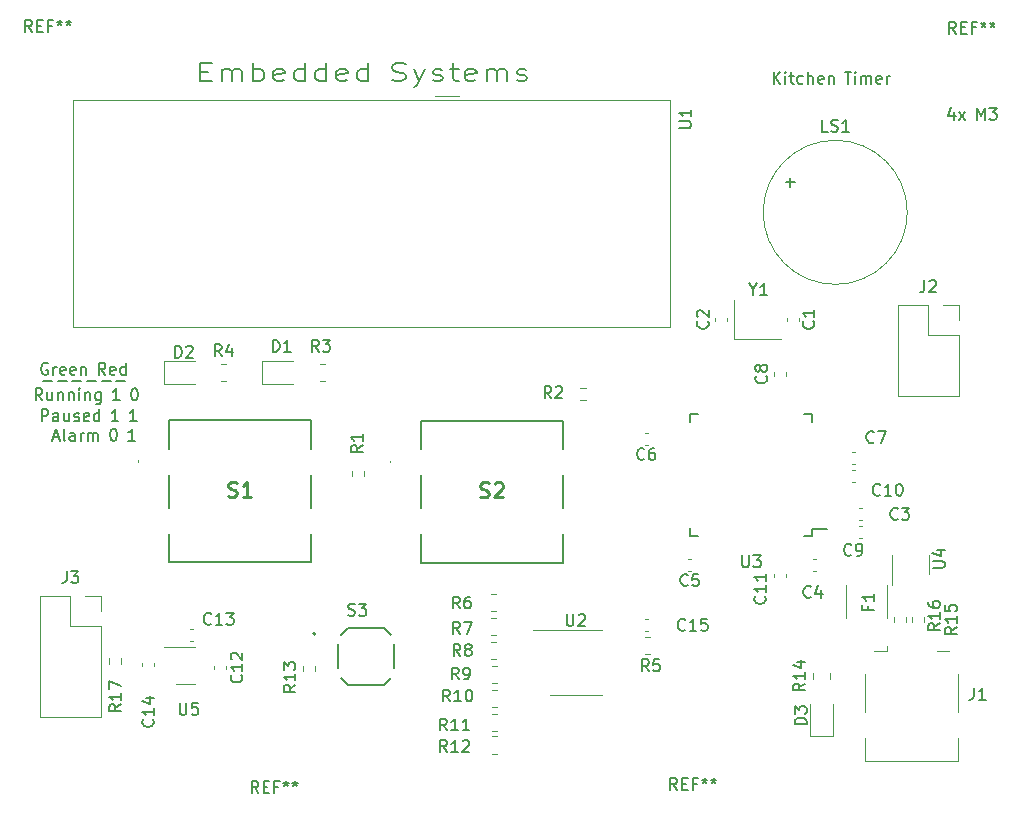
<source format=gbr>
%TF.GenerationSoftware,KiCad,Pcbnew,(7.0.0)*%
%TF.CreationDate,2023-04-20T22:31:56-06:00*%
%TF.ProjectId,Phase_B_PCB_Prototype,50686173-655f-4425-9f50-43425f50726f,rev?*%
%TF.SameCoordinates,Original*%
%TF.FileFunction,Legend,Top*%
%TF.FilePolarity,Positive*%
%FSLAX46Y46*%
G04 Gerber Fmt 4.6, Leading zero omitted, Abs format (unit mm)*
G04 Created by KiCad (PCBNEW (7.0.0)) date 2023-04-20 22:31:56*
%MOMM*%
%LPD*%
G01*
G04 APERTURE LIST*
%ADD10C,0.150000*%
%ADD11C,0.254000*%
%ADD12C,0.120000*%
%ADD13C,0.127000*%
%ADD14C,0.200000*%
%ADD15C,0.100000*%
G04 APERTURE END LIST*
D10*
X150399666Y-64266714D02*
X150399666Y-64933380D01*
X150161571Y-63885761D02*
X149923476Y-64600047D01*
X149923476Y-64600047D02*
X150542523Y-64600047D01*
X150828238Y-64933380D02*
X151352047Y-64266714D01*
X150828238Y-64266714D02*
X151352047Y-64933380D01*
X152333000Y-64933380D02*
X152333000Y-63933380D01*
X152333000Y-63933380D02*
X152666333Y-64647666D01*
X152666333Y-64647666D02*
X152999666Y-63933380D01*
X152999666Y-63933380D02*
X152999666Y-64933380D01*
X153380619Y-63933380D02*
X153999666Y-63933380D01*
X153999666Y-63933380D02*
X153666333Y-64314333D01*
X153666333Y-64314333D02*
X153809190Y-64314333D01*
X153809190Y-64314333D02*
X153904428Y-64361952D01*
X153904428Y-64361952D02*
X153952047Y-64409571D01*
X153952047Y-64409571D02*
X153999666Y-64504809D01*
X153999666Y-64504809D02*
X153999666Y-64742904D01*
X153999666Y-64742904D02*
X153952047Y-64838142D01*
X153952047Y-64838142D02*
X153904428Y-64885761D01*
X153904428Y-64885761D02*
X153809190Y-64933380D01*
X153809190Y-64933380D02*
X153523476Y-64933380D01*
X153523476Y-64933380D02*
X153428238Y-64885761D01*
X153428238Y-64885761D02*
X153380619Y-64838142D01*
X73263095Y-87031428D02*
X74025000Y-87031428D01*
X74501190Y-87031428D02*
X75263095Y-87031428D01*
X75739285Y-87031428D02*
X76501190Y-87031428D01*
X76977380Y-87031428D02*
X77739285Y-87031428D01*
X78215475Y-87031428D02*
X78977380Y-87031428D01*
X79453570Y-87031428D02*
X80215475Y-87031428D01*
X74104476Y-91825666D02*
X74580666Y-91825666D01*
X74009238Y-92111380D02*
X74342571Y-91111380D01*
X74342571Y-91111380D02*
X74675904Y-92111380D01*
X75152095Y-92111380D02*
X75056857Y-92063761D01*
X75056857Y-92063761D02*
X75009238Y-91968523D01*
X75009238Y-91968523D02*
X75009238Y-91111380D01*
X75961619Y-92111380D02*
X75961619Y-91587571D01*
X75961619Y-91587571D02*
X75914000Y-91492333D01*
X75914000Y-91492333D02*
X75818762Y-91444714D01*
X75818762Y-91444714D02*
X75628286Y-91444714D01*
X75628286Y-91444714D02*
X75533048Y-91492333D01*
X75961619Y-92063761D02*
X75866381Y-92111380D01*
X75866381Y-92111380D02*
X75628286Y-92111380D01*
X75628286Y-92111380D02*
X75533048Y-92063761D01*
X75533048Y-92063761D02*
X75485429Y-91968523D01*
X75485429Y-91968523D02*
X75485429Y-91873285D01*
X75485429Y-91873285D02*
X75533048Y-91778047D01*
X75533048Y-91778047D02*
X75628286Y-91730428D01*
X75628286Y-91730428D02*
X75866381Y-91730428D01*
X75866381Y-91730428D02*
X75961619Y-91682809D01*
X76437810Y-92111380D02*
X76437810Y-91444714D01*
X76437810Y-91635190D02*
X76485429Y-91539952D01*
X76485429Y-91539952D02*
X76533048Y-91492333D01*
X76533048Y-91492333D02*
X76628286Y-91444714D01*
X76628286Y-91444714D02*
X76723524Y-91444714D01*
X77056858Y-92111380D02*
X77056858Y-91444714D01*
X77056858Y-91539952D02*
X77104477Y-91492333D01*
X77104477Y-91492333D02*
X77199715Y-91444714D01*
X77199715Y-91444714D02*
X77342572Y-91444714D01*
X77342572Y-91444714D02*
X77437810Y-91492333D01*
X77437810Y-91492333D02*
X77485429Y-91587571D01*
X77485429Y-91587571D02*
X77485429Y-92111380D01*
X77485429Y-91587571D02*
X77533048Y-91492333D01*
X77533048Y-91492333D02*
X77628286Y-91444714D01*
X77628286Y-91444714D02*
X77771143Y-91444714D01*
X77771143Y-91444714D02*
X77866382Y-91492333D01*
X77866382Y-91492333D02*
X77914001Y-91587571D01*
X77914001Y-91587571D02*
X77914001Y-92111380D01*
X79180667Y-91111380D02*
X79275905Y-91111380D01*
X79275905Y-91111380D02*
X79371143Y-91159000D01*
X79371143Y-91159000D02*
X79418762Y-91206619D01*
X79418762Y-91206619D02*
X79466381Y-91301857D01*
X79466381Y-91301857D02*
X79514000Y-91492333D01*
X79514000Y-91492333D02*
X79514000Y-91730428D01*
X79514000Y-91730428D02*
X79466381Y-91920904D01*
X79466381Y-91920904D02*
X79418762Y-92016142D01*
X79418762Y-92016142D02*
X79371143Y-92063761D01*
X79371143Y-92063761D02*
X79275905Y-92111380D01*
X79275905Y-92111380D02*
X79180667Y-92111380D01*
X79180667Y-92111380D02*
X79085429Y-92063761D01*
X79085429Y-92063761D02*
X79037810Y-92016142D01*
X79037810Y-92016142D02*
X78990191Y-91920904D01*
X78990191Y-91920904D02*
X78942572Y-91730428D01*
X78942572Y-91730428D02*
X78942572Y-91492333D01*
X78942572Y-91492333D02*
X78990191Y-91301857D01*
X78990191Y-91301857D02*
X79037810Y-91206619D01*
X79037810Y-91206619D02*
X79085429Y-91159000D01*
X79085429Y-91159000D02*
X79180667Y-91111380D01*
X81066381Y-92111380D02*
X80494953Y-92111380D01*
X80780667Y-92111380D02*
X80780667Y-91111380D01*
X80780667Y-91111380D02*
X80685429Y-91254238D01*
X80685429Y-91254238D02*
X80590191Y-91349476D01*
X80590191Y-91349476D02*
X80494953Y-91397095D01*
X73136095Y-90460380D02*
X73136095Y-89460380D01*
X73136095Y-89460380D02*
X73517047Y-89460380D01*
X73517047Y-89460380D02*
X73612285Y-89508000D01*
X73612285Y-89508000D02*
X73659904Y-89555619D01*
X73659904Y-89555619D02*
X73707523Y-89650857D01*
X73707523Y-89650857D02*
X73707523Y-89793714D01*
X73707523Y-89793714D02*
X73659904Y-89888952D01*
X73659904Y-89888952D02*
X73612285Y-89936571D01*
X73612285Y-89936571D02*
X73517047Y-89984190D01*
X73517047Y-89984190D02*
X73136095Y-89984190D01*
X74564666Y-90460380D02*
X74564666Y-89936571D01*
X74564666Y-89936571D02*
X74517047Y-89841333D01*
X74517047Y-89841333D02*
X74421809Y-89793714D01*
X74421809Y-89793714D02*
X74231333Y-89793714D01*
X74231333Y-89793714D02*
X74136095Y-89841333D01*
X74564666Y-90412761D02*
X74469428Y-90460380D01*
X74469428Y-90460380D02*
X74231333Y-90460380D01*
X74231333Y-90460380D02*
X74136095Y-90412761D01*
X74136095Y-90412761D02*
X74088476Y-90317523D01*
X74088476Y-90317523D02*
X74088476Y-90222285D01*
X74088476Y-90222285D02*
X74136095Y-90127047D01*
X74136095Y-90127047D02*
X74231333Y-90079428D01*
X74231333Y-90079428D02*
X74469428Y-90079428D01*
X74469428Y-90079428D02*
X74564666Y-90031809D01*
X75469428Y-89793714D02*
X75469428Y-90460380D01*
X75040857Y-89793714D02*
X75040857Y-90317523D01*
X75040857Y-90317523D02*
X75088476Y-90412761D01*
X75088476Y-90412761D02*
X75183714Y-90460380D01*
X75183714Y-90460380D02*
X75326571Y-90460380D01*
X75326571Y-90460380D02*
X75421809Y-90412761D01*
X75421809Y-90412761D02*
X75469428Y-90365142D01*
X75898000Y-90412761D02*
X75993238Y-90460380D01*
X75993238Y-90460380D02*
X76183714Y-90460380D01*
X76183714Y-90460380D02*
X76278952Y-90412761D01*
X76278952Y-90412761D02*
X76326571Y-90317523D01*
X76326571Y-90317523D02*
X76326571Y-90269904D01*
X76326571Y-90269904D02*
X76278952Y-90174666D01*
X76278952Y-90174666D02*
X76183714Y-90127047D01*
X76183714Y-90127047D02*
X76040857Y-90127047D01*
X76040857Y-90127047D02*
X75945619Y-90079428D01*
X75945619Y-90079428D02*
X75898000Y-89984190D01*
X75898000Y-89984190D02*
X75898000Y-89936571D01*
X75898000Y-89936571D02*
X75945619Y-89841333D01*
X75945619Y-89841333D02*
X76040857Y-89793714D01*
X76040857Y-89793714D02*
X76183714Y-89793714D01*
X76183714Y-89793714D02*
X76278952Y-89841333D01*
X77136095Y-90412761D02*
X77040857Y-90460380D01*
X77040857Y-90460380D02*
X76850381Y-90460380D01*
X76850381Y-90460380D02*
X76755143Y-90412761D01*
X76755143Y-90412761D02*
X76707524Y-90317523D01*
X76707524Y-90317523D02*
X76707524Y-89936571D01*
X76707524Y-89936571D02*
X76755143Y-89841333D01*
X76755143Y-89841333D02*
X76850381Y-89793714D01*
X76850381Y-89793714D02*
X77040857Y-89793714D01*
X77040857Y-89793714D02*
X77136095Y-89841333D01*
X77136095Y-89841333D02*
X77183714Y-89936571D01*
X77183714Y-89936571D02*
X77183714Y-90031809D01*
X77183714Y-90031809D02*
X76707524Y-90127047D01*
X78040857Y-90460380D02*
X78040857Y-89460380D01*
X78040857Y-90412761D02*
X77945619Y-90460380D01*
X77945619Y-90460380D02*
X77755143Y-90460380D01*
X77755143Y-90460380D02*
X77659905Y-90412761D01*
X77659905Y-90412761D02*
X77612286Y-90365142D01*
X77612286Y-90365142D02*
X77564667Y-90269904D01*
X77564667Y-90269904D02*
X77564667Y-89984190D01*
X77564667Y-89984190D02*
X77612286Y-89888952D01*
X77612286Y-89888952D02*
X77659905Y-89841333D01*
X77659905Y-89841333D02*
X77755143Y-89793714D01*
X77755143Y-89793714D02*
X77945619Y-89793714D01*
X77945619Y-89793714D02*
X78040857Y-89841333D01*
X79640857Y-90460380D02*
X79069429Y-90460380D01*
X79355143Y-90460380D02*
X79355143Y-89460380D01*
X79355143Y-89460380D02*
X79259905Y-89603238D01*
X79259905Y-89603238D02*
X79164667Y-89698476D01*
X79164667Y-89698476D02*
X79069429Y-89746095D01*
X81193238Y-90460380D02*
X80621810Y-90460380D01*
X80907524Y-90460380D02*
X80907524Y-89460380D01*
X80907524Y-89460380D02*
X80812286Y-89603238D01*
X80812286Y-89603238D02*
X80717048Y-89698476D01*
X80717048Y-89698476D02*
X80621810Y-89746095D01*
X73199523Y-88682380D02*
X72866190Y-88206190D01*
X72628095Y-88682380D02*
X72628095Y-87682380D01*
X72628095Y-87682380D02*
X73009047Y-87682380D01*
X73009047Y-87682380D02*
X73104285Y-87730000D01*
X73104285Y-87730000D02*
X73151904Y-87777619D01*
X73151904Y-87777619D02*
X73199523Y-87872857D01*
X73199523Y-87872857D02*
X73199523Y-88015714D01*
X73199523Y-88015714D02*
X73151904Y-88110952D01*
X73151904Y-88110952D02*
X73104285Y-88158571D01*
X73104285Y-88158571D02*
X73009047Y-88206190D01*
X73009047Y-88206190D02*
X72628095Y-88206190D01*
X74056666Y-88015714D02*
X74056666Y-88682380D01*
X73628095Y-88015714D02*
X73628095Y-88539523D01*
X73628095Y-88539523D02*
X73675714Y-88634761D01*
X73675714Y-88634761D02*
X73770952Y-88682380D01*
X73770952Y-88682380D02*
X73913809Y-88682380D01*
X73913809Y-88682380D02*
X74009047Y-88634761D01*
X74009047Y-88634761D02*
X74056666Y-88587142D01*
X74532857Y-88015714D02*
X74532857Y-88682380D01*
X74532857Y-88110952D02*
X74580476Y-88063333D01*
X74580476Y-88063333D02*
X74675714Y-88015714D01*
X74675714Y-88015714D02*
X74818571Y-88015714D01*
X74818571Y-88015714D02*
X74913809Y-88063333D01*
X74913809Y-88063333D02*
X74961428Y-88158571D01*
X74961428Y-88158571D02*
X74961428Y-88682380D01*
X75437619Y-88015714D02*
X75437619Y-88682380D01*
X75437619Y-88110952D02*
X75485238Y-88063333D01*
X75485238Y-88063333D02*
X75580476Y-88015714D01*
X75580476Y-88015714D02*
X75723333Y-88015714D01*
X75723333Y-88015714D02*
X75818571Y-88063333D01*
X75818571Y-88063333D02*
X75866190Y-88158571D01*
X75866190Y-88158571D02*
X75866190Y-88682380D01*
X76342381Y-88682380D02*
X76342381Y-88015714D01*
X76342381Y-87682380D02*
X76294762Y-87730000D01*
X76294762Y-87730000D02*
X76342381Y-87777619D01*
X76342381Y-87777619D02*
X76390000Y-87730000D01*
X76390000Y-87730000D02*
X76342381Y-87682380D01*
X76342381Y-87682380D02*
X76342381Y-87777619D01*
X76818571Y-88015714D02*
X76818571Y-88682380D01*
X76818571Y-88110952D02*
X76866190Y-88063333D01*
X76866190Y-88063333D02*
X76961428Y-88015714D01*
X76961428Y-88015714D02*
X77104285Y-88015714D01*
X77104285Y-88015714D02*
X77199523Y-88063333D01*
X77199523Y-88063333D02*
X77247142Y-88158571D01*
X77247142Y-88158571D02*
X77247142Y-88682380D01*
X78151904Y-88015714D02*
X78151904Y-88825238D01*
X78151904Y-88825238D02*
X78104285Y-88920476D01*
X78104285Y-88920476D02*
X78056666Y-88968095D01*
X78056666Y-88968095D02*
X77961428Y-89015714D01*
X77961428Y-89015714D02*
X77818571Y-89015714D01*
X77818571Y-89015714D02*
X77723333Y-88968095D01*
X78151904Y-88634761D02*
X78056666Y-88682380D01*
X78056666Y-88682380D02*
X77866190Y-88682380D01*
X77866190Y-88682380D02*
X77770952Y-88634761D01*
X77770952Y-88634761D02*
X77723333Y-88587142D01*
X77723333Y-88587142D02*
X77675714Y-88491904D01*
X77675714Y-88491904D02*
X77675714Y-88206190D01*
X77675714Y-88206190D02*
X77723333Y-88110952D01*
X77723333Y-88110952D02*
X77770952Y-88063333D01*
X77770952Y-88063333D02*
X77866190Y-88015714D01*
X77866190Y-88015714D02*
X78056666Y-88015714D01*
X78056666Y-88015714D02*
X78151904Y-88063333D01*
X79751904Y-88682380D02*
X79180476Y-88682380D01*
X79466190Y-88682380D02*
X79466190Y-87682380D01*
X79466190Y-87682380D02*
X79370952Y-87825238D01*
X79370952Y-87825238D02*
X79275714Y-87920476D01*
X79275714Y-87920476D02*
X79180476Y-87968095D01*
X80970952Y-87682380D02*
X81066190Y-87682380D01*
X81066190Y-87682380D02*
X81161428Y-87730000D01*
X81161428Y-87730000D02*
X81209047Y-87777619D01*
X81209047Y-87777619D02*
X81256666Y-87872857D01*
X81256666Y-87872857D02*
X81304285Y-88063333D01*
X81304285Y-88063333D02*
X81304285Y-88301428D01*
X81304285Y-88301428D02*
X81256666Y-88491904D01*
X81256666Y-88491904D02*
X81209047Y-88587142D01*
X81209047Y-88587142D02*
X81161428Y-88634761D01*
X81161428Y-88634761D02*
X81066190Y-88682380D01*
X81066190Y-88682380D02*
X80970952Y-88682380D01*
X80970952Y-88682380D02*
X80875714Y-88634761D01*
X80875714Y-88634761D02*
X80828095Y-88587142D01*
X80828095Y-88587142D02*
X80780476Y-88491904D01*
X80780476Y-88491904D02*
X80732857Y-88301428D01*
X80732857Y-88301428D02*
X80732857Y-88063333D01*
X80732857Y-88063333D02*
X80780476Y-87872857D01*
X80780476Y-87872857D02*
X80828095Y-87777619D01*
X80828095Y-87777619D02*
X80875714Y-87730000D01*
X80875714Y-87730000D02*
X80970952Y-87682380D01*
X73659904Y-85571000D02*
X73564666Y-85523380D01*
X73564666Y-85523380D02*
X73421809Y-85523380D01*
X73421809Y-85523380D02*
X73278952Y-85571000D01*
X73278952Y-85571000D02*
X73183714Y-85666238D01*
X73183714Y-85666238D02*
X73136095Y-85761476D01*
X73136095Y-85761476D02*
X73088476Y-85951952D01*
X73088476Y-85951952D02*
X73088476Y-86094809D01*
X73088476Y-86094809D02*
X73136095Y-86285285D01*
X73136095Y-86285285D02*
X73183714Y-86380523D01*
X73183714Y-86380523D02*
X73278952Y-86475761D01*
X73278952Y-86475761D02*
X73421809Y-86523380D01*
X73421809Y-86523380D02*
X73517047Y-86523380D01*
X73517047Y-86523380D02*
X73659904Y-86475761D01*
X73659904Y-86475761D02*
X73707523Y-86428142D01*
X73707523Y-86428142D02*
X73707523Y-86094809D01*
X73707523Y-86094809D02*
X73517047Y-86094809D01*
X74136095Y-86523380D02*
X74136095Y-85856714D01*
X74136095Y-86047190D02*
X74183714Y-85951952D01*
X74183714Y-85951952D02*
X74231333Y-85904333D01*
X74231333Y-85904333D02*
X74326571Y-85856714D01*
X74326571Y-85856714D02*
X74421809Y-85856714D01*
X75136095Y-86475761D02*
X75040857Y-86523380D01*
X75040857Y-86523380D02*
X74850381Y-86523380D01*
X74850381Y-86523380D02*
X74755143Y-86475761D01*
X74755143Y-86475761D02*
X74707524Y-86380523D01*
X74707524Y-86380523D02*
X74707524Y-85999571D01*
X74707524Y-85999571D02*
X74755143Y-85904333D01*
X74755143Y-85904333D02*
X74850381Y-85856714D01*
X74850381Y-85856714D02*
X75040857Y-85856714D01*
X75040857Y-85856714D02*
X75136095Y-85904333D01*
X75136095Y-85904333D02*
X75183714Y-85999571D01*
X75183714Y-85999571D02*
X75183714Y-86094809D01*
X75183714Y-86094809D02*
X74707524Y-86190047D01*
X75993238Y-86475761D02*
X75898000Y-86523380D01*
X75898000Y-86523380D02*
X75707524Y-86523380D01*
X75707524Y-86523380D02*
X75612286Y-86475761D01*
X75612286Y-86475761D02*
X75564667Y-86380523D01*
X75564667Y-86380523D02*
X75564667Y-85999571D01*
X75564667Y-85999571D02*
X75612286Y-85904333D01*
X75612286Y-85904333D02*
X75707524Y-85856714D01*
X75707524Y-85856714D02*
X75898000Y-85856714D01*
X75898000Y-85856714D02*
X75993238Y-85904333D01*
X75993238Y-85904333D02*
X76040857Y-85999571D01*
X76040857Y-85999571D02*
X76040857Y-86094809D01*
X76040857Y-86094809D02*
X75564667Y-86190047D01*
X76469429Y-85856714D02*
X76469429Y-86523380D01*
X76469429Y-85951952D02*
X76517048Y-85904333D01*
X76517048Y-85904333D02*
X76612286Y-85856714D01*
X76612286Y-85856714D02*
X76755143Y-85856714D01*
X76755143Y-85856714D02*
X76850381Y-85904333D01*
X76850381Y-85904333D02*
X76898000Y-85999571D01*
X76898000Y-85999571D02*
X76898000Y-86523380D01*
X78545619Y-86523380D02*
X78212286Y-86047190D01*
X77974191Y-86523380D02*
X77974191Y-85523380D01*
X77974191Y-85523380D02*
X78355143Y-85523380D01*
X78355143Y-85523380D02*
X78450381Y-85571000D01*
X78450381Y-85571000D02*
X78498000Y-85618619D01*
X78498000Y-85618619D02*
X78545619Y-85713857D01*
X78545619Y-85713857D02*
X78545619Y-85856714D01*
X78545619Y-85856714D02*
X78498000Y-85951952D01*
X78498000Y-85951952D02*
X78450381Y-85999571D01*
X78450381Y-85999571D02*
X78355143Y-86047190D01*
X78355143Y-86047190D02*
X77974191Y-86047190D01*
X79355143Y-86475761D02*
X79259905Y-86523380D01*
X79259905Y-86523380D02*
X79069429Y-86523380D01*
X79069429Y-86523380D02*
X78974191Y-86475761D01*
X78974191Y-86475761D02*
X78926572Y-86380523D01*
X78926572Y-86380523D02*
X78926572Y-85999571D01*
X78926572Y-85999571D02*
X78974191Y-85904333D01*
X78974191Y-85904333D02*
X79069429Y-85856714D01*
X79069429Y-85856714D02*
X79259905Y-85856714D01*
X79259905Y-85856714D02*
X79355143Y-85904333D01*
X79355143Y-85904333D02*
X79402762Y-85999571D01*
X79402762Y-85999571D02*
X79402762Y-86094809D01*
X79402762Y-86094809D02*
X78926572Y-86190047D01*
X80259905Y-86523380D02*
X80259905Y-85523380D01*
X80259905Y-86475761D02*
X80164667Y-86523380D01*
X80164667Y-86523380D02*
X79974191Y-86523380D01*
X79974191Y-86523380D02*
X79878953Y-86475761D01*
X79878953Y-86475761D02*
X79831334Y-86428142D01*
X79831334Y-86428142D02*
X79783715Y-86332904D01*
X79783715Y-86332904D02*
X79783715Y-86047190D01*
X79783715Y-86047190D02*
X79831334Y-85951952D01*
X79831334Y-85951952D02*
X79878953Y-85904333D01*
X79878953Y-85904333D02*
X79974191Y-85856714D01*
X79974191Y-85856714D02*
X80164667Y-85856714D01*
X80164667Y-85856714D02*
X80259905Y-85904333D01*
X135112095Y-61885380D02*
X135112095Y-60885380D01*
X135683523Y-61885380D02*
X135254952Y-61313952D01*
X135683523Y-60885380D02*
X135112095Y-61456809D01*
X136112095Y-61885380D02*
X136112095Y-61218714D01*
X136112095Y-60885380D02*
X136064476Y-60933000D01*
X136064476Y-60933000D02*
X136112095Y-60980619D01*
X136112095Y-60980619D02*
X136159714Y-60933000D01*
X136159714Y-60933000D02*
X136112095Y-60885380D01*
X136112095Y-60885380D02*
X136112095Y-60980619D01*
X136445428Y-61218714D02*
X136826380Y-61218714D01*
X136588285Y-60885380D02*
X136588285Y-61742523D01*
X136588285Y-61742523D02*
X136635904Y-61837761D01*
X136635904Y-61837761D02*
X136731142Y-61885380D01*
X136731142Y-61885380D02*
X136826380Y-61885380D01*
X137588285Y-61837761D02*
X137493047Y-61885380D01*
X137493047Y-61885380D02*
X137302571Y-61885380D01*
X137302571Y-61885380D02*
X137207333Y-61837761D01*
X137207333Y-61837761D02*
X137159714Y-61790142D01*
X137159714Y-61790142D02*
X137112095Y-61694904D01*
X137112095Y-61694904D02*
X137112095Y-61409190D01*
X137112095Y-61409190D02*
X137159714Y-61313952D01*
X137159714Y-61313952D02*
X137207333Y-61266333D01*
X137207333Y-61266333D02*
X137302571Y-61218714D01*
X137302571Y-61218714D02*
X137493047Y-61218714D01*
X137493047Y-61218714D02*
X137588285Y-61266333D01*
X138016857Y-61885380D02*
X138016857Y-60885380D01*
X138445428Y-61885380D02*
X138445428Y-61361571D01*
X138445428Y-61361571D02*
X138397809Y-61266333D01*
X138397809Y-61266333D02*
X138302571Y-61218714D01*
X138302571Y-61218714D02*
X138159714Y-61218714D01*
X138159714Y-61218714D02*
X138064476Y-61266333D01*
X138064476Y-61266333D02*
X138016857Y-61313952D01*
X139302571Y-61837761D02*
X139207333Y-61885380D01*
X139207333Y-61885380D02*
X139016857Y-61885380D01*
X139016857Y-61885380D02*
X138921619Y-61837761D01*
X138921619Y-61837761D02*
X138874000Y-61742523D01*
X138874000Y-61742523D02*
X138874000Y-61361571D01*
X138874000Y-61361571D02*
X138921619Y-61266333D01*
X138921619Y-61266333D02*
X139016857Y-61218714D01*
X139016857Y-61218714D02*
X139207333Y-61218714D01*
X139207333Y-61218714D02*
X139302571Y-61266333D01*
X139302571Y-61266333D02*
X139350190Y-61361571D01*
X139350190Y-61361571D02*
X139350190Y-61456809D01*
X139350190Y-61456809D02*
X138874000Y-61552047D01*
X139778762Y-61218714D02*
X139778762Y-61885380D01*
X139778762Y-61313952D02*
X139826381Y-61266333D01*
X139826381Y-61266333D02*
X139921619Y-61218714D01*
X139921619Y-61218714D02*
X140064476Y-61218714D01*
X140064476Y-61218714D02*
X140159714Y-61266333D01*
X140159714Y-61266333D02*
X140207333Y-61361571D01*
X140207333Y-61361571D02*
X140207333Y-61885380D01*
X141140667Y-60885380D02*
X141712095Y-60885380D01*
X141426381Y-61885380D02*
X141426381Y-60885380D01*
X142045429Y-61885380D02*
X142045429Y-61218714D01*
X142045429Y-60885380D02*
X141997810Y-60933000D01*
X141997810Y-60933000D02*
X142045429Y-60980619D01*
X142045429Y-60980619D02*
X142093048Y-60933000D01*
X142093048Y-60933000D02*
X142045429Y-60885380D01*
X142045429Y-60885380D02*
X142045429Y-60980619D01*
X142521619Y-61885380D02*
X142521619Y-61218714D01*
X142521619Y-61313952D02*
X142569238Y-61266333D01*
X142569238Y-61266333D02*
X142664476Y-61218714D01*
X142664476Y-61218714D02*
X142807333Y-61218714D01*
X142807333Y-61218714D02*
X142902571Y-61266333D01*
X142902571Y-61266333D02*
X142950190Y-61361571D01*
X142950190Y-61361571D02*
X142950190Y-61885380D01*
X142950190Y-61361571D02*
X142997809Y-61266333D01*
X142997809Y-61266333D02*
X143093047Y-61218714D01*
X143093047Y-61218714D02*
X143235904Y-61218714D01*
X143235904Y-61218714D02*
X143331143Y-61266333D01*
X143331143Y-61266333D02*
X143378762Y-61361571D01*
X143378762Y-61361571D02*
X143378762Y-61885380D01*
X144235904Y-61837761D02*
X144140666Y-61885380D01*
X144140666Y-61885380D02*
X143950190Y-61885380D01*
X143950190Y-61885380D02*
X143854952Y-61837761D01*
X143854952Y-61837761D02*
X143807333Y-61742523D01*
X143807333Y-61742523D02*
X143807333Y-61361571D01*
X143807333Y-61361571D02*
X143854952Y-61266333D01*
X143854952Y-61266333D02*
X143950190Y-61218714D01*
X143950190Y-61218714D02*
X144140666Y-61218714D01*
X144140666Y-61218714D02*
X144235904Y-61266333D01*
X144235904Y-61266333D02*
X144283523Y-61361571D01*
X144283523Y-61361571D02*
X144283523Y-61456809D01*
X144283523Y-61456809D02*
X143807333Y-61552047D01*
X144712095Y-61885380D02*
X144712095Y-61218714D01*
X144712095Y-61409190D02*
X144759714Y-61313952D01*
X144759714Y-61313952D02*
X144807333Y-61266333D01*
X144807333Y-61266333D02*
X144902571Y-61218714D01*
X144902571Y-61218714D02*
X144997809Y-61218714D01*
X86582190Y-60863857D02*
X87248857Y-60863857D01*
X87534571Y-61649571D02*
X86582190Y-61649571D01*
X86582190Y-61649571D02*
X86582190Y-60149571D01*
X86582190Y-60149571D02*
X87534571Y-60149571D01*
X88391714Y-61649571D02*
X88391714Y-60649571D01*
X88391714Y-60792428D02*
X88486952Y-60721000D01*
X88486952Y-60721000D02*
X88677428Y-60649571D01*
X88677428Y-60649571D02*
X88963143Y-60649571D01*
X88963143Y-60649571D02*
X89153619Y-60721000D01*
X89153619Y-60721000D02*
X89248857Y-60863857D01*
X89248857Y-60863857D02*
X89248857Y-61649571D01*
X89248857Y-60863857D02*
X89344095Y-60721000D01*
X89344095Y-60721000D02*
X89534571Y-60649571D01*
X89534571Y-60649571D02*
X89820285Y-60649571D01*
X89820285Y-60649571D02*
X90010762Y-60721000D01*
X90010762Y-60721000D02*
X90106000Y-60863857D01*
X90106000Y-60863857D02*
X90106000Y-61649571D01*
X91058381Y-61649571D02*
X91058381Y-60149571D01*
X91058381Y-60721000D02*
X91248857Y-60649571D01*
X91248857Y-60649571D02*
X91629810Y-60649571D01*
X91629810Y-60649571D02*
X91820286Y-60721000D01*
X91820286Y-60721000D02*
X91915524Y-60792428D01*
X91915524Y-60792428D02*
X92010762Y-60935285D01*
X92010762Y-60935285D02*
X92010762Y-61363857D01*
X92010762Y-61363857D02*
X91915524Y-61506714D01*
X91915524Y-61506714D02*
X91820286Y-61578142D01*
X91820286Y-61578142D02*
X91629810Y-61649571D01*
X91629810Y-61649571D02*
X91248857Y-61649571D01*
X91248857Y-61649571D02*
X91058381Y-61578142D01*
X93629810Y-61578142D02*
X93439334Y-61649571D01*
X93439334Y-61649571D02*
X93058381Y-61649571D01*
X93058381Y-61649571D02*
X92867905Y-61578142D01*
X92867905Y-61578142D02*
X92772667Y-61435285D01*
X92772667Y-61435285D02*
X92772667Y-60863857D01*
X92772667Y-60863857D02*
X92867905Y-60721000D01*
X92867905Y-60721000D02*
X93058381Y-60649571D01*
X93058381Y-60649571D02*
X93439334Y-60649571D01*
X93439334Y-60649571D02*
X93629810Y-60721000D01*
X93629810Y-60721000D02*
X93725048Y-60863857D01*
X93725048Y-60863857D02*
X93725048Y-61006714D01*
X93725048Y-61006714D02*
X92772667Y-61149571D01*
X95439334Y-61649571D02*
X95439334Y-60149571D01*
X95439334Y-61578142D02*
X95248858Y-61649571D01*
X95248858Y-61649571D02*
X94867905Y-61649571D01*
X94867905Y-61649571D02*
X94677429Y-61578142D01*
X94677429Y-61578142D02*
X94582191Y-61506714D01*
X94582191Y-61506714D02*
X94486953Y-61363857D01*
X94486953Y-61363857D02*
X94486953Y-60935285D01*
X94486953Y-60935285D02*
X94582191Y-60792428D01*
X94582191Y-60792428D02*
X94677429Y-60721000D01*
X94677429Y-60721000D02*
X94867905Y-60649571D01*
X94867905Y-60649571D02*
X95248858Y-60649571D01*
X95248858Y-60649571D02*
X95439334Y-60721000D01*
X97248858Y-61649571D02*
X97248858Y-60149571D01*
X97248858Y-61578142D02*
X97058382Y-61649571D01*
X97058382Y-61649571D02*
X96677429Y-61649571D01*
X96677429Y-61649571D02*
X96486953Y-61578142D01*
X96486953Y-61578142D02*
X96391715Y-61506714D01*
X96391715Y-61506714D02*
X96296477Y-61363857D01*
X96296477Y-61363857D02*
X96296477Y-60935285D01*
X96296477Y-60935285D02*
X96391715Y-60792428D01*
X96391715Y-60792428D02*
X96486953Y-60721000D01*
X96486953Y-60721000D02*
X96677429Y-60649571D01*
X96677429Y-60649571D02*
X97058382Y-60649571D01*
X97058382Y-60649571D02*
X97248858Y-60721000D01*
X98963144Y-61578142D02*
X98772668Y-61649571D01*
X98772668Y-61649571D02*
X98391715Y-61649571D01*
X98391715Y-61649571D02*
X98201239Y-61578142D01*
X98201239Y-61578142D02*
X98106001Y-61435285D01*
X98106001Y-61435285D02*
X98106001Y-60863857D01*
X98106001Y-60863857D02*
X98201239Y-60721000D01*
X98201239Y-60721000D02*
X98391715Y-60649571D01*
X98391715Y-60649571D02*
X98772668Y-60649571D01*
X98772668Y-60649571D02*
X98963144Y-60721000D01*
X98963144Y-60721000D02*
X99058382Y-60863857D01*
X99058382Y-60863857D02*
X99058382Y-61006714D01*
X99058382Y-61006714D02*
X98106001Y-61149571D01*
X100772668Y-61649571D02*
X100772668Y-60149571D01*
X100772668Y-61578142D02*
X100582192Y-61649571D01*
X100582192Y-61649571D02*
X100201239Y-61649571D01*
X100201239Y-61649571D02*
X100010763Y-61578142D01*
X100010763Y-61578142D02*
X99915525Y-61506714D01*
X99915525Y-61506714D02*
X99820287Y-61363857D01*
X99820287Y-61363857D02*
X99820287Y-60935285D01*
X99820287Y-60935285D02*
X99915525Y-60792428D01*
X99915525Y-60792428D02*
X100010763Y-60721000D01*
X100010763Y-60721000D02*
X100201239Y-60649571D01*
X100201239Y-60649571D02*
X100582192Y-60649571D01*
X100582192Y-60649571D02*
X100772668Y-60721000D01*
X102829811Y-61578142D02*
X103115525Y-61649571D01*
X103115525Y-61649571D02*
X103591716Y-61649571D01*
X103591716Y-61649571D02*
X103782192Y-61578142D01*
X103782192Y-61578142D02*
X103877430Y-61506714D01*
X103877430Y-61506714D02*
X103972668Y-61363857D01*
X103972668Y-61363857D02*
X103972668Y-61221000D01*
X103972668Y-61221000D02*
X103877430Y-61078142D01*
X103877430Y-61078142D02*
X103782192Y-61006714D01*
X103782192Y-61006714D02*
X103591716Y-60935285D01*
X103591716Y-60935285D02*
X103210763Y-60863857D01*
X103210763Y-60863857D02*
X103020287Y-60792428D01*
X103020287Y-60792428D02*
X102925049Y-60721000D01*
X102925049Y-60721000D02*
X102829811Y-60578142D01*
X102829811Y-60578142D02*
X102829811Y-60435285D01*
X102829811Y-60435285D02*
X102925049Y-60292428D01*
X102925049Y-60292428D02*
X103020287Y-60221000D01*
X103020287Y-60221000D02*
X103210763Y-60149571D01*
X103210763Y-60149571D02*
X103686954Y-60149571D01*
X103686954Y-60149571D02*
X103972668Y-60221000D01*
X104639335Y-60649571D02*
X105115525Y-61649571D01*
X105591716Y-60649571D02*
X105115525Y-61649571D01*
X105115525Y-61649571D02*
X104925049Y-62006714D01*
X104925049Y-62006714D02*
X104829811Y-62078142D01*
X104829811Y-62078142D02*
X104639335Y-62149571D01*
X106258383Y-61578142D02*
X106448859Y-61649571D01*
X106448859Y-61649571D02*
X106829811Y-61649571D01*
X106829811Y-61649571D02*
X107020288Y-61578142D01*
X107020288Y-61578142D02*
X107115526Y-61435285D01*
X107115526Y-61435285D02*
X107115526Y-61363857D01*
X107115526Y-61363857D02*
X107020288Y-61221000D01*
X107020288Y-61221000D02*
X106829811Y-61149571D01*
X106829811Y-61149571D02*
X106544097Y-61149571D01*
X106544097Y-61149571D02*
X106353621Y-61078142D01*
X106353621Y-61078142D02*
X106258383Y-60935285D01*
X106258383Y-60935285D02*
X106258383Y-60863857D01*
X106258383Y-60863857D02*
X106353621Y-60721000D01*
X106353621Y-60721000D02*
X106544097Y-60649571D01*
X106544097Y-60649571D02*
X106829811Y-60649571D01*
X106829811Y-60649571D02*
X107020288Y-60721000D01*
X107686955Y-60649571D02*
X108448859Y-60649571D01*
X107972669Y-60149571D02*
X107972669Y-61435285D01*
X107972669Y-61435285D02*
X108067907Y-61578142D01*
X108067907Y-61578142D02*
X108258383Y-61649571D01*
X108258383Y-61649571D02*
X108448859Y-61649571D01*
X109877431Y-61578142D02*
X109686955Y-61649571D01*
X109686955Y-61649571D02*
X109306002Y-61649571D01*
X109306002Y-61649571D02*
X109115526Y-61578142D01*
X109115526Y-61578142D02*
X109020288Y-61435285D01*
X109020288Y-61435285D02*
X109020288Y-60863857D01*
X109020288Y-60863857D02*
X109115526Y-60721000D01*
X109115526Y-60721000D02*
X109306002Y-60649571D01*
X109306002Y-60649571D02*
X109686955Y-60649571D01*
X109686955Y-60649571D02*
X109877431Y-60721000D01*
X109877431Y-60721000D02*
X109972669Y-60863857D01*
X109972669Y-60863857D02*
X109972669Y-61006714D01*
X109972669Y-61006714D02*
X109020288Y-61149571D01*
X110829812Y-61649571D02*
X110829812Y-60649571D01*
X110829812Y-60792428D02*
X110925050Y-60721000D01*
X110925050Y-60721000D02*
X111115526Y-60649571D01*
X111115526Y-60649571D02*
X111401241Y-60649571D01*
X111401241Y-60649571D02*
X111591717Y-60721000D01*
X111591717Y-60721000D02*
X111686955Y-60863857D01*
X111686955Y-60863857D02*
X111686955Y-61649571D01*
X111686955Y-60863857D02*
X111782193Y-60721000D01*
X111782193Y-60721000D02*
X111972669Y-60649571D01*
X111972669Y-60649571D02*
X112258383Y-60649571D01*
X112258383Y-60649571D02*
X112448860Y-60721000D01*
X112448860Y-60721000D02*
X112544098Y-60863857D01*
X112544098Y-60863857D02*
X112544098Y-61649571D01*
X113401241Y-61578142D02*
X113591717Y-61649571D01*
X113591717Y-61649571D02*
X113972669Y-61649571D01*
X113972669Y-61649571D02*
X114163146Y-61578142D01*
X114163146Y-61578142D02*
X114258384Y-61435285D01*
X114258384Y-61435285D02*
X114258384Y-61363857D01*
X114258384Y-61363857D02*
X114163146Y-61221000D01*
X114163146Y-61221000D02*
X113972669Y-61149571D01*
X113972669Y-61149571D02*
X113686955Y-61149571D01*
X113686955Y-61149571D02*
X113496479Y-61078142D01*
X113496479Y-61078142D02*
X113401241Y-60935285D01*
X113401241Y-60935285D02*
X113401241Y-60863857D01*
X113401241Y-60863857D02*
X113496479Y-60721000D01*
X113496479Y-60721000D02*
X113686955Y-60649571D01*
X113686955Y-60649571D02*
X113972669Y-60649571D01*
X113972669Y-60649571D02*
X114163146Y-60721000D01*
%TO.C,REF\u002A\u002A*%
X126936666Y-121661380D02*
X126603333Y-121185190D01*
X126365238Y-121661380D02*
X126365238Y-120661380D01*
X126365238Y-120661380D02*
X126746190Y-120661380D01*
X126746190Y-120661380D02*
X126841428Y-120709000D01*
X126841428Y-120709000D02*
X126889047Y-120756619D01*
X126889047Y-120756619D02*
X126936666Y-120851857D01*
X126936666Y-120851857D02*
X126936666Y-120994714D01*
X126936666Y-120994714D02*
X126889047Y-121089952D01*
X126889047Y-121089952D02*
X126841428Y-121137571D01*
X126841428Y-121137571D02*
X126746190Y-121185190D01*
X126746190Y-121185190D02*
X126365238Y-121185190D01*
X127365238Y-121137571D02*
X127698571Y-121137571D01*
X127841428Y-121661380D02*
X127365238Y-121661380D01*
X127365238Y-121661380D02*
X127365238Y-120661380D01*
X127365238Y-120661380D02*
X127841428Y-120661380D01*
X128603333Y-121137571D02*
X128270000Y-121137571D01*
X128270000Y-121661380D02*
X128270000Y-120661380D01*
X128270000Y-120661380D02*
X128746190Y-120661380D01*
X129270000Y-120661380D02*
X129270000Y-120899476D01*
X129031905Y-120804238D02*
X129270000Y-120899476D01*
X129270000Y-120899476D02*
X129508095Y-120804238D01*
X129127143Y-121089952D02*
X129270000Y-120899476D01*
X129270000Y-120899476D02*
X129412857Y-121089952D01*
X130031905Y-120661380D02*
X130031905Y-120899476D01*
X129793810Y-120804238D02*
X130031905Y-120899476D01*
X130031905Y-120899476D02*
X130270000Y-120804238D01*
X129889048Y-121089952D02*
X130031905Y-120899476D01*
X130031905Y-120899476D02*
X130174762Y-121089952D01*
X91503666Y-121915380D02*
X91170333Y-121439190D01*
X90932238Y-121915380D02*
X90932238Y-120915380D01*
X90932238Y-120915380D02*
X91313190Y-120915380D01*
X91313190Y-120915380D02*
X91408428Y-120963000D01*
X91408428Y-120963000D02*
X91456047Y-121010619D01*
X91456047Y-121010619D02*
X91503666Y-121105857D01*
X91503666Y-121105857D02*
X91503666Y-121248714D01*
X91503666Y-121248714D02*
X91456047Y-121343952D01*
X91456047Y-121343952D02*
X91408428Y-121391571D01*
X91408428Y-121391571D02*
X91313190Y-121439190D01*
X91313190Y-121439190D02*
X90932238Y-121439190D01*
X91932238Y-121391571D02*
X92265571Y-121391571D01*
X92408428Y-121915380D02*
X91932238Y-121915380D01*
X91932238Y-121915380D02*
X91932238Y-120915380D01*
X91932238Y-120915380D02*
X92408428Y-120915380D01*
X93170333Y-121391571D02*
X92837000Y-121391571D01*
X92837000Y-121915380D02*
X92837000Y-120915380D01*
X92837000Y-120915380D02*
X93313190Y-120915380D01*
X93837000Y-120915380D02*
X93837000Y-121153476D01*
X93598905Y-121058238D02*
X93837000Y-121153476D01*
X93837000Y-121153476D02*
X94075095Y-121058238D01*
X93694143Y-121343952D02*
X93837000Y-121153476D01*
X93837000Y-121153476D02*
X93979857Y-121343952D01*
X94598905Y-120915380D02*
X94598905Y-121153476D01*
X94360810Y-121058238D02*
X94598905Y-121153476D01*
X94598905Y-121153476D02*
X94837000Y-121058238D01*
X94456048Y-121343952D02*
X94598905Y-121153476D01*
X94598905Y-121153476D02*
X94741762Y-121343952D01*
X150558666Y-57635380D02*
X150225333Y-57159190D01*
X149987238Y-57635380D02*
X149987238Y-56635380D01*
X149987238Y-56635380D02*
X150368190Y-56635380D01*
X150368190Y-56635380D02*
X150463428Y-56683000D01*
X150463428Y-56683000D02*
X150511047Y-56730619D01*
X150511047Y-56730619D02*
X150558666Y-56825857D01*
X150558666Y-56825857D02*
X150558666Y-56968714D01*
X150558666Y-56968714D02*
X150511047Y-57063952D01*
X150511047Y-57063952D02*
X150463428Y-57111571D01*
X150463428Y-57111571D02*
X150368190Y-57159190D01*
X150368190Y-57159190D02*
X149987238Y-57159190D01*
X150987238Y-57111571D02*
X151320571Y-57111571D01*
X151463428Y-57635380D02*
X150987238Y-57635380D01*
X150987238Y-57635380D02*
X150987238Y-56635380D01*
X150987238Y-56635380D02*
X151463428Y-56635380D01*
X152225333Y-57111571D02*
X151892000Y-57111571D01*
X151892000Y-57635380D02*
X151892000Y-56635380D01*
X151892000Y-56635380D02*
X152368190Y-56635380D01*
X152892000Y-56635380D02*
X152892000Y-56873476D01*
X152653905Y-56778238D02*
X152892000Y-56873476D01*
X152892000Y-56873476D02*
X153130095Y-56778238D01*
X152749143Y-57063952D02*
X152892000Y-56873476D01*
X152892000Y-56873476D02*
X153034857Y-57063952D01*
X153653905Y-56635380D02*
X153653905Y-56873476D01*
X153415810Y-56778238D02*
X153653905Y-56873476D01*
X153653905Y-56873476D02*
X153892000Y-56778238D01*
X153511048Y-57063952D02*
X153653905Y-56873476D01*
X153653905Y-56873476D02*
X153796762Y-57063952D01*
X72326666Y-57508380D02*
X71993333Y-57032190D01*
X71755238Y-57508380D02*
X71755238Y-56508380D01*
X71755238Y-56508380D02*
X72136190Y-56508380D01*
X72136190Y-56508380D02*
X72231428Y-56556000D01*
X72231428Y-56556000D02*
X72279047Y-56603619D01*
X72279047Y-56603619D02*
X72326666Y-56698857D01*
X72326666Y-56698857D02*
X72326666Y-56841714D01*
X72326666Y-56841714D02*
X72279047Y-56936952D01*
X72279047Y-56936952D02*
X72231428Y-56984571D01*
X72231428Y-56984571D02*
X72136190Y-57032190D01*
X72136190Y-57032190D02*
X71755238Y-57032190D01*
X72755238Y-56984571D02*
X73088571Y-56984571D01*
X73231428Y-57508380D02*
X72755238Y-57508380D01*
X72755238Y-57508380D02*
X72755238Y-56508380D01*
X72755238Y-56508380D02*
X73231428Y-56508380D01*
X73993333Y-56984571D02*
X73660000Y-56984571D01*
X73660000Y-57508380D02*
X73660000Y-56508380D01*
X73660000Y-56508380D02*
X74136190Y-56508380D01*
X74660000Y-56508380D02*
X74660000Y-56746476D01*
X74421905Y-56651238D02*
X74660000Y-56746476D01*
X74660000Y-56746476D02*
X74898095Y-56651238D01*
X74517143Y-56936952D02*
X74660000Y-56746476D01*
X74660000Y-56746476D02*
X74802857Y-56936952D01*
X75421905Y-56508380D02*
X75421905Y-56746476D01*
X75183810Y-56651238D02*
X75421905Y-56746476D01*
X75421905Y-56746476D02*
X75660000Y-56651238D01*
X75279048Y-56936952D02*
X75421905Y-56746476D01*
X75421905Y-56746476D02*
X75564762Y-56936952D01*
%TO.C,U1*%
X127119380Y-65639904D02*
X127928904Y-65639904D01*
X127928904Y-65639904D02*
X128024142Y-65592285D01*
X128024142Y-65592285D02*
X128071761Y-65544666D01*
X128071761Y-65544666D02*
X128119380Y-65449428D01*
X128119380Y-65449428D02*
X128119380Y-65258952D01*
X128119380Y-65258952D02*
X128071761Y-65163714D01*
X128071761Y-65163714D02*
X128024142Y-65116095D01*
X128024142Y-65116095D02*
X127928904Y-65068476D01*
X127928904Y-65068476D02*
X127119380Y-65068476D01*
X128119380Y-64068476D02*
X128119380Y-64639904D01*
X128119380Y-64354190D02*
X127119380Y-64354190D01*
X127119380Y-64354190D02*
X127262238Y-64449428D01*
X127262238Y-64449428D02*
X127357476Y-64544666D01*
X127357476Y-64544666D02*
X127405095Y-64639904D01*
%TO.C,C9*%
X141692333Y-101745142D02*
X141644714Y-101792761D01*
X141644714Y-101792761D02*
X141501857Y-101840380D01*
X141501857Y-101840380D02*
X141406619Y-101840380D01*
X141406619Y-101840380D02*
X141263762Y-101792761D01*
X141263762Y-101792761D02*
X141168524Y-101697523D01*
X141168524Y-101697523D02*
X141120905Y-101602285D01*
X141120905Y-101602285D02*
X141073286Y-101411809D01*
X141073286Y-101411809D02*
X141073286Y-101268952D01*
X141073286Y-101268952D02*
X141120905Y-101078476D01*
X141120905Y-101078476D02*
X141168524Y-100983238D01*
X141168524Y-100983238D02*
X141263762Y-100888000D01*
X141263762Y-100888000D02*
X141406619Y-100840380D01*
X141406619Y-100840380D02*
X141501857Y-100840380D01*
X141501857Y-100840380D02*
X141644714Y-100888000D01*
X141644714Y-100888000D02*
X141692333Y-100935619D01*
X142168524Y-101840380D02*
X142359000Y-101840380D01*
X142359000Y-101840380D02*
X142454238Y-101792761D01*
X142454238Y-101792761D02*
X142501857Y-101745142D01*
X142501857Y-101745142D02*
X142597095Y-101602285D01*
X142597095Y-101602285D02*
X142644714Y-101411809D01*
X142644714Y-101411809D02*
X142644714Y-101030857D01*
X142644714Y-101030857D02*
X142597095Y-100935619D01*
X142597095Y-100935619D02*
X142549476Y-100888000D01*
X142549476Y-100888000D02*
X142454238Y-100840380D01*
X142454238Y-100840380D02*
X142263762Y-100840380D01*
X142263762Y-100840380D02*
X142168524Y-100888000D01*
X142168524Y-100888000D02*
X142120905Y-100935619D01*
X142120905Y-100935619D02*
X142073286Y-101030857D01*
X142073286Y-101030857D02*
X142073286Y-101268952D01*
X142073286Y-101268952D02*
X142120905Y-101364190D01*
X142120905Y-101364190D02*
X142168524Y-101411809D01*
X142168524Y-101411809D02*
X142263762Y-101459428D01*
X142263762Y-101459428D02*
X142454238Y-101459428D01*
X142454238Y-101459428D02*
X142549476Y-101411809D01*
X142549476Y-101411809D02*
X142597095Y-101364190D01*
X142597095Y-101364190D02*
X142644714Y-101268952D01*
%TO.C,C1*%
X138481142Y-81993666D02*
X138528761Y-82041285D01*
X138528761Y-82041285D02*
X138576380Y-82184142D01*
X138576380Y-82184142D02*
X138576380Y-82279380D01*
X138576380Y-82279380D02*
X138528761Y-82422237D01*
X138528761Y-82422237D02*
X138433523Y-82517475D01*
X138433523Y-82517475D02*
X138338285Y-82565094D01*
X138338285Y-82565094D02*
X138147809Y-82612713D01*
X138147809Y-82612713D02*
X138004952Y-82612713D01*
X138004952Y-82612713D02*
X137814476Y-82565094D01*
X137814476Y-82565094D02*
X137719238Y-82517475D01*
X137719238Y-82517475D02*
X137624000Y-82422237D01*
X137624000Y-82422237D02*
X137576380Y-82279380D01*
X137576380Y-82279380D02*
X137576380Y-82184142D01*
X137576380Y-82184142D02*
X137624000Y-82041285D01*
X137624000Y-82041285D02*
X137671619Y-81993666D01*
X138576380Y-81041285D02*
X138576380Y-81612713D01*
X138576380Y-81326999D02*
X137576380Y-81326999D01*
X137576380Y-81326999D02*
X137719238Y-81422237D01*
X137719238Y-81422237D02*
X137814476Y-81517475D01*
X137814476Y-81517475D02*
X137862095Y-81612713D01*
%TO.C,S3*%
X99091595Y-106872761D02*
X99234452Y-106920380D01*
X99234452Y-106920380D02*
X99472547Y-106920380D01*
X99472547Y-106920380D02*
X99567785Y-106872761D01*
X99567785Y-106872761D02*
X99615404Y-106825142D01*
X99615404Y-106825142D02*
X99663023Y-106729904D01*
X99663023Y-106729904D02*
X99663023Y-106634666D01*
X99663023Y-106634666D02*
X99615404Y-106539428D01*
X99615404Y-106539428D02*
X99567785Y-106491809D01*
X99567785Y-106491809D02*
X99472547Y-106444190D01*
X99472547Y-106444190D02*
X99282071Y-106396571D01*
X99282071Y-106396571D02*
X99186833Y-106348952D01*
X99186833Y-106348952D02*
X99139214Y-106301333D01*
X99139214Y-106301333D02*
X99091595Y-106206095D01*
X99091595Y-106206095D02*
X99091595Y-106110857D01*
X99091595Y-106110857D02*
X99139214Y-106015619D01*
X99139214Y-106015619D02*
X99186833Y-105968000D01*
X99186833Y-105968000D02*
X99282071Y-105920380D01*
X99282071Y-105920380D02*
X99520166Y-105920380D01*
X99520166Y-105920380D02*
X99663023Y-105968000D01*
X99996357Y-105920380D02*
X100615404Y-105920380D01*
X100615404Y-105920380D02*
X100282071Y-106301333D01*
X100282071Y-106301333D02*
X100424928Y-106301333D01*
X100424928Y-106301333D02*
X100520166Y-106348952D01*
X100520166Y-106348952D02*
X100567785Y-106396571D01*
X100567785Y-106396571D02*
X100615404Y-106491809D01*
X100615404Y-106491809D02*
X100615404Y-106729904D01*
X100615404Y-106729904D02*
X100567785Y-106825142D01*
X100567785Y-106825142D02*
X100520166Y-106872761D01*
X100520166Y-106872761D02*
X100424928Y-106920380D01*
X100424928Y-106920380D02*
X100139214Y-106920380D01*
X100139214Y-106920380D02*
X100043976Y-106872761D01*
X100043976Y-106872761D02*
X99996357Y-106825142D01*
%TO.C,C15*%
X127627142Y-108095142D02*
X127579523Y-108142761D01*
X127579523Y-108142761D02*
X127436666Y-108190380D01*
X127436666Y-108190380D02*
X127341428Y-108190380D01*
X127341428Y-108190380D02*
X127198571Y-108142761D01*
X127198571Y-108142761D02*
X127103333Y-108047523D01*
X127103333Y-108047523D02*
X127055714Y-107952285D01*
X127055714Y-107952285D02*
X127008095Y-107761809D01*
X127008095Y-107761809D02*
X127008095Y-107618952D01*
X127008095Y-107618952D02*
X127055714Y-107428476D01*
X127055714Y-107428476D02*
X127103333Y-107333238D01*
X127103333Y-107333238D02*
X127198571Y-107238000D01*
X127198571Y-107238000D02*
X127341428Y-107190380D01*
X127341428Y-107190380D02*
X127436666Y-107190380D01*
X127436666Y-107190380D02*
X127579523Y-107238000D01*
X127579523Y-107238000D02*
X127627142Y-107285619D01*
X128579523Y-108190380D02*
X128008095Y-108190380D01*
X128293809Y-108190380D02*
X128293809Y-107190380D01*
X128293809Y-107190380D02*
X128198571Y-107333238D01*
X128198571Y-107333238D02*
X128103333Y-107428476D01*
X128103333Y-107428476D02*
X128008095Y-107476095D01*
X129484285Y-107190380D02*
X129008095Y-107190380D01*
X129008095Y-107190380D02*
X128960476Y-107666571D01*
X128960476Y-107666571D02*
X129008095Y-107618952D01*
X129008095Y-107618952D02*
X129103333Y-107571333D01*
X129103333Y-107571333D02*
X129341428Y-107571333D01*
X129341428Y-107571333D02*
X129436666Y-107618952D01*
X129436666Y-107618952D02*
X129484285Y-107666571D01*
X129484285Y-107666571D02*
X129531904Y-107761809D01*
X129531904Y-107761809D02*
X129531904Y-107999904D01*
X129531904Y-107999904D02*
X129484285Y-108095142D01*
X129484285Y-108095142D02*
X129436666Y-108142761D01*
X129436666Y-108142761D02*
X129341428Y-108190380D01*
X129341428Y-108190380D02*
X129103333Y-108190380D01*
X129103333Y-108190380D02*
X129008095Y-108142761D01*
X129008095Y-108142761D02*
X128960476Y-108095142D01*
%TO.C,C14*%
X82568142Y-115704857D02*
X82615761Y-115752476D01*
X82615761Y-115752476D02*
X82663380Y-115895333D01*
X82663380Y-115895333D02*
X82663380Y-115990571D01*
X82663380Y-115990571D02*
X82615761Y-116133428D01*
X82615761Y-116133428D02*
X82520523Y-116228666D01*
X82520523Y-116228666D02*
X82425285Y-116276285D01*
X82425285Y-116276285D02*
X82234809Y-116323904D01*
X82234809Y-116323904D02*
X82091952Y-116323904D01*
X82091952Y-116323904D02*
X81901476Y-116276285D01*
X81901476Y-116276285D02*
X81806238Y-116228666D01*
X81806238Y-116228666D02*
X81711000Y-116133428D01*
X81711000Y-116133428D02*
X81663380Y-115990571D01*
X81663380Y-115990571D02*
X81663380Y-115895333D01*
X81663380Y-115895333D02*
X81711000Y-115752476D01*
X81711000Y-115752476D02*
X81758619Y-115704857D01*
X82663380Y-114752476D02*
X82663380Y-115323904D01*
X82663380Y-115038190D02*
X81663380Y-115038190D01*
X81663380Y-115038190D02*
X81806238Y-115133428D01*
X81806238Y-115133428D02*
X81901476Y-115228666D01*
X81901476Y-115228666D02*
X81949095Y-115323904D01*
X81996714Y-113895333D02*
X82663380Y-113895333D01*
X81615761Y-114133428D02*
X82330047Y-114371523D01*
X82330047Y-114371523D02*
X82330047Y-113752476D01*
%TO.C,Y1*%
X133381809Y-79305190D02*
X133381809Y-79781380D01*
X133048476Y-78781380D02*
X133381809Y-79305190D01*
X133381809Y-79305190D02*
X133715142Y-78781380D01*
X134572285Y-79781380D02*
X134000857Y-79781380D01*
X134286571Y-79781380D02*
X134286571Y-78781380D01*
X134286571Y-78781380D02*
X134191333Y-78924238D01*
X134191333Y-78924238D02*
X134096095Y-79019476D01*
X134096095Y-79019476D02*
X134000857Y-79067095D01*
%TO.C,R12*%
X107457642Y-118466380D02*
X107124309Y-117990190D01*
X106886214Y-118466380D02*
X106886214Y-117466380D01*
X106886214Y-117466380D02*
X107267166Y-117466380D01*
X107267166Y-117466380D02*
X107362404Y-117514000D01*
X107362404Y-117514000D02*
X107410023Y-117561619D01*
X107410023Y-117561619D02*
X107457642Y-117656857D01*
X107457642Y-117656857D02*
X107457642Y-117799714D01*
X107457642Y-117799714D02*
X107410023Y-117894952D01*
X107410023Y-117894952D02*
X107362404Y-117942571D01*
X107362404Y-117942571D02*
X107267166Y-117990190D01*
X107267166Y-117990190D02*
X106886214Y-117990190D01*
X108410023Y-118466380D02*
X107838595Y-118466380D01*
X108124309Y-118466380D02*
X108124309Y-117466380D01*
X108124309Y-117466380D02*
X108029071Y-117609238D01*
X108029071Y-117609238D02*
X107933833Y-117704476D01*
X107933833Y-117704476D02*
X107838595Y-117752095D01*
X108790976Y-117561619D02*
X108838595Y-117514000D01*
X108838595Y-117514000D02*
X108933833Y-117466380D01*
X108933833Y-117466380D02*
X109171928Y-117466380D01*
X109171928Y-117466380D02*
X109267166Y-117514000D01*
X109267166Y-117514000D02*
X109314785Y-117561619D01*
X109314785Y-117561619D02*
X109362404Y-117656857D01*
X109362404Y-117656857D02*
X109362404Y-117752095D01*
X109362404Y-117752095D02*
X109314785Y-117894952D01*
X109314785Y-117894952D02*
X108743357Y-118466380D01*
X108743357Y-118466380D02*
X109362404Y-118466380D01*
%TO.C,R11*%
X107457642Y-116630380D02*
X107124309Y-116154190D01*
X106886214Y-116630380D02*
X106886214Y-115630380D01*
X106886214Y-115630380D02*
X107267166Y-115630380D01*
X107267166Y-115630380D02*
X107362404Y-115678000D01*
X107362404Y-115678000D02*
X107410023Y-115725619D01*
X107410023Y-115725619D02*
X107457642Y-115820857D01*
X107457642Y-115820857D02*
X107457642Y-115963714D01*
X107457642Y-115963714D02*
X107410023Y-116058952D01*
X107410023Y-116058952D02*
X107362404Y-116106571D01*
X107362404Y-116106571D02*
X107267166Y-116154190D01*
X107267166Y-116154190D02*
X106886214Y-116154190D01*
X108410023Y-116630380D02*
X107838595Y-116630380D01*
X108124309Y-116630380D02*
X108124309Y-115630380D01*
X108124309Y-115630380D02*
X108029071Y-115773238D01*
X108029071Y-115773238D02*
X107933833Y-115868476D01*
X107933833Y-115868476D02*
X107838595Y-115916095D01*
X109362404Y-116630380D02*
X108790976Y-116630380D01*
X109076690Y-116630380D02*
X109076690Y-115630380D01*
X109076690Y-115630380D02*
X108981452Y-115773238D01*
X108981452Y-115773238D02*
X108886214Y-115868476D01*
X108886214Y-115868476D02*
X108790976Y-115916095D01*
%TO.C,LS1*%
X139692142Y-65938380D02*
X139215952Y-65938380D01*
X139215952Y-65938380D02*
X139215952Y-64938380D01*
X139977857Y-65890761D02*
X140120714Y-65938380D01*
X140120714Y-65938380D02*
X140358809Y-65938380D01*
X140358809Y-65938380D02*
X140454047Y-65890761D01*
X140454047Y-65890761D02*
X140501666Y-65843142D01*
X140501666Y-65843142D02*
X140549285Y-65747904D01*
X140549285Y-65747904D02*
X140549285Y-65652666D01*
X140549285Y-65652666D02*
X140501666Y-65557428D01*
X140501666Y-65557428D02*
X140454047Y-65509809D01*
X140454047Y-65509809D02*
X140358809Y-65462190D01*
X140358809Y-65462190D02*
X140168333Y-65414571D01*
X140168333Y-65414571D02*
X140073095Y-65366952D01*
X140073095Y-65366952D02*
X140025476Y-65319333D01*
X140025476Y-65319333D02*
X139977857Y-65224095D01*
X139977857Y-65224095D02*
X139977857Y-65128857D01*
X139977857Y-65128857D02*
X140025476Y-65033619D01*
X140025476Y-65033619D02*
X140073095Y-64986000D01*
X140073095Y-64986000D02*
X140168333Y-64938380D01*
X140168333Y-64938380D02*
X140406428Y-64938380D01*
X140406428Y-64938380D02*
X140549285Y-64986000D01*
X141501666Y-65938380D02*
X140930238Y-65938380D01*
X141215952Y-65938380D02*
X141215952Y-64938380D01*
X141215952Y-64938380D02*
X141120714Y-65081238D01*
X141120714Y-65081238D02*
X141025476Y-65176476D01*
X141025476Y-65176476D02*
X140930238Y-65224095D01*
X136144048Y-70217428D02*
X136905953Y-70217428D01*
X136525000Y-70598380D02*
X136525000Y-69836476D01*
%TO.C,U5*%
X84836095Y-114302380D02*
X84836095Y-115111904D01*
X84836095Y-115111904D02*
X84883714Y-115207142D01*
X84883714Y-115207142D02*
X84931333Y-115254761D01*
X84931333Y-115254761D02*
X85026571Y-115302380D01*
X85026571Y-115302380D02*
X85217047Y-115302380D01*
X85217047Y-115302380D02*
X85312285Y-115254761D01*
X85312285Y-115254761D02*
X85359904Y-115207142D01*
X85359904Y-115207142D02*
X85407523Y-115111904D01*
X85407523Y-115111904D02*
X85407523Y-114302380D01*
X86359904Y-114302380D02*
X85883714Y-114302380D01*
X85883714Y-114302380D02*
X85836095Y-114778571D01*
X85836095Y-114778571D02*
X85883714Y-114730952D01*
X85883714Y-114730952D02*
X85978952Y-114683333D01*
X85978952Y-114683333D02*
X86217047Y-114683333D01*
X86217047Y-114683333D02*
X86312285Y-114730952D01*
X86312285Y-114730952D02*
X86359904Y-114778571D01*
X86359904Y-114778571D02*
X86407523Y-114873809D01*
X86407523Y-114873809D02*
X86407523Y-115111904D01*
X86407523Y-115111904D02*
X86359904Y-115207142D01*
X86359904Y-115207142D02*
X86312285Y-115254761D01*
X86312285Y-115254761D02*
X86217047Y-115302380D01*
X86217047Y-115302380D02*
X85978952Y-115302380D01*
X85978952Y-115302380D02*
X85883714Y-115254761D01*
X85883714Y-115254761D02*
X85836095Y-115207142D01*
%TO.C,R9*%
X108441833Y-112312380D02*
X108108500Y-111836190D01*
X107870405Y-112312380D02*
X107870405Y-111312380D01*
X107870405Y-111312380D02*
X108251357Y-111312380D01*
X108251357Y-111312380D02*
X108346595Y-111360000D01*
X108346595Y-111360000D02*
X108394214Y-111407619D01*
X108394214Y-111407619D02*
X108441833Y-111502857D01*
X108441833Y-111502857D02*
X108441833Y-111645714D01*
X108441833Y-111645714D02*
X108394214Y-111740952D01*
X108394214Y-111740952D02*
X108346595Y-111788571D01*
X108346595Y-111788571D02*
X108251357Y-111836190D01*
X108251357Y-111836190D02*
X107870405Y-111836190D01*
X108918024Y-112312380D02*
X109108500Y-112312380D01*
X109108500Y-112312380D02*
X109203738Y-112264761D01*
X109203738Y-112264761D02*
X109251357Y-112217142D01*
X109251357Y-112217142D02*
X109346595Y-112074285D01*
X109346595Y-112074285D02*
X109394214Y-111883809D01*
X109394214Y-111883809D02*
X109394214Y-111502857D01*
X109394214Y-111502857D02*
X109346595Y-111407619D01*
X109346595Y-111407619D02*
X109298976Y-111360000D01*
X109298976Y-111360000D02*
X109203738Y-111312380D01*
X109203738Y-111312380D02*
X109013262Y-111312380D01*
X109013262Y-111312380D02*
X108918024Y-111360000D01*
X108918024Y-111360000D02*
X108870405Y-111407619D01*
X108870405Y-111407619D02*
X108822786Y-111502857D01*
X108822786Y-111502857D02*
X108822786Y-111740952D01*
X108822786Y-111740952D02*
X108870405Y-111836190D01*
X108870405Y-111836190D02*
X108918024Y-111883809D01*
X108918024Y-111883809D02*
X109013262Y-111931428D01*
X109013262Y-111931428D02*
X109203738Y-111931428D01*
X109203738Y-111931428D02*
X109298976Y-111883809D01*
X109298976Y-111883809D02*
X109346595Y-111836190D01*
X109346595Y-111836190D02*
X109394214Y-111740952D01*
%TO.C,J3*%
X75251666Y-103160380D02*
X75251666Y-103874666D01*
X75251666Y-103874666D02*
X75204047Y-104017523D01*
X75204047Y-104017523D02*
X75108809Y-104112761D01*
X75108809Y-104112761D02*
X74965952Y-104160380D01*
X74965952Y-104160380D02*
X74870714Y-104160380D01*
X75632619Y-103160380D02*
X76251666Y-103160380D01*
X76251666Y-103160380D02*
X75918333Y-103541333D01*
X75918333Y-103541333D02*
X76061190Y-103541333D01*
X76061190Y-103541333D02*
X76156428Y-103588952D01*
X76156428Y-103588952D02*
X76204047Y-103636571D01*
X76204047Y-103636571D02*
X76251666Y-103731809D01*
X76251666Y-103731809D02*
X76251666Y-103969904D01*
X76251666Y-103969904D02*
X76204047Y-104065142D01*
X76204047Y-104065142D02*
X76156428Y-104112761D01*
X76156428Y-104112761D02*
X76061190Y-104160380D01*
X76061190Y-104160380D02*
X75775476Y-104160380D01*
X75775476Y-104160380D02*
X75680238Y-104112761D01*
X75680238Y-104112761D02*
X75632619Y-104065142D01*
%TO.C,C13*%
X87495142Y-107587142D02*
X87447523Y-107634761D01*
X87447523Y-107634761D02*
X87304666Y-107682380D01*
X87304666Y-107682380D02*
X87209428Y-107682380D01*
X87209428Y-107682380D02*
X87066571Y-107634761D01*
X87066571Y-107634761D02*
X86971333Y-107539523D01*
X86971333Y-107539523D02*
X86923714Y-107444285D01*
X86923714Y-107444285D02*
X86876095Y-107253809D01*
X86876095Y-107253809D02*
X86876095Y-107110952D01*
X86876095Y-107110952D02*
X86923714Y-106920476D01*
X86923714Y-106920476D02*
X86971333Y-106825238D01*
X86971333Y-106825238D02*
X87066571Y-106730000D01*
X87066571Y-106730000D02*
X87209428Y-106682380D01*
X87209428Y-106682380D02*
X87304666Y-106682380D01*
X87304666Y-106682380D02*
X87447523Y-106730000D01*
X87447523Y-106730000D02*
X87495142Y-106777619D01*
X88447523Y-107682380D02*
X87876095Y-107682380D01*
X88161809Y-107682380D02*
X88161809Y-106682380D01*
X88161809Y-106682380D02*
X88066571Y-106825238D01*
X88066571Y-106825238D02*
X87971333Y-106920476D01*
X87971333Y-106920476D02*
X87876095Y-106968095D01*
X88780857Y-106682380D02*
X89399904Y-106682380D01*
X89399904Y-106682380D02*
X89066571Y-107063333D01*
X89066571Y-107063333D02*
X89209428Y-107063333D01*
X89209428Y-107063333D02*
X89304666Y-107110952D01*
X89304666Y-107110952D02*
X89352285Y-107158571D01*
X89352285Y-107158571D02*
X89399904Y-107253809D01*
X89399904Y-107253809D02*
X89399904Y-107491904D01*
X89399904Y-107491904D02*
X89352285Y-107587142D01*
X89352285Y-107587142D02*
X89304666Y-107634761D01*
X89304666Y-107634761D02*
X89209428Y-107682380D01*
X89209428Y-107682380D02*
X88923714Y-107682380D01*
X88923714Y-107682380D02*
X88828476Y-107634761D01*
X88828476Y-107634761D02*
X88780857Y-107587142D01*
%TO.C,C3*%
X145629333Y-98697142D02*
X145581714Y-98744761D01*
X145581714Y-98744761D02*
X145438857Y-98792380D01*
X145438857Y-98792380D02*
X145343619Y-98792380D01*
X145343619Y-98792380D02*
X145200762Y-98744761D01*
X145200762Y-98744761D02*
X145105524Y-98649523D01*
X145105524Y-98649523D02*
X145057905Y-98554285D01*
X145057905Y-98554285D02*
X145010286Y-98363809D01*
X145010286Y-98363809D02*
X145010286Y-98220952D01*
X145010286Y-98220952D02*
X145057905Y-98030476D01*
X145057905Y-98030476D02*
X145105524Y-97935238D01*
X145105524Y-97935238D02*
X145200762Y-97840000D01*
X145200762Y-97840000D02*
X145343619Y-97792380D01*
X145343619Y-97792380D02*
X145438857Y-97792380D01*
X145438857Y-97792380D02*
X145581714Y-97840000D01*
X145581714Y-97840000D02*
X145629333Y-97887619D01*
X145962667Y-97792380D02*
X146581714Y-97792380D01*
X146581714Y-97792380D02*
X146248381Y-98173333D01*
X146248381Y-98173333D02*
X146391238Y-98173333D01*
X146391238Y-98173333D02*
X146486476Y-98220952D01*
X146486476Y-98220952D02*
X146534095Y-98268571D01*
X146534095Y-98268571D02*
X146581714Y-98363809D01*
X146581714Y-98363809D02*
X146581714Y-98601904D01*
X146581714Y-98601904D02*
X146534095Y-98697142D01*
X146534095Y-98697142D02*
X146486476Y-98744761D01*
X146486476Y-98744761D02*
X146391238Y-98792380D01*
X146391238Y-98792380D02*
X146105524Y-98792380D01*
X146105524Y-98792380D02*
X146010286Y-98744761D01*
X146010286Y-98744761D02*
X145962667Y-98697142D01*
%TO.C,C10*%
X144137142Y-96665142D02*
X144089523Y-96712761D01*
X144089523Y-96712761D02*
X143946666Y-96760380D01*
X143946666Y-96760380D02*
X143851428Y-96760380D01*
X143851428Y-96760380D02*
X143708571Y-96712761D01*
X143708571Y-96712761D02*
X143613333Y-96617523D01*
X143613333Y-96617523D02*
X143565714Y-96522285D01*
X143565714Y-96522285D02*
X143518095Y-96331809D01*
X143518095Y-96331809D02*
X143518095Y-96188952D01*
X143518095Y-96188952D02*
X143565714Y-95998476D01*
X143565714Y-95998476D02*
X143613333Y-95903238D01*
X143613333Y-95903238D02*
X143708571Y-95808000D01*
X143708571Y-95808000D02*
X143851428Y-95760380D01*
X143851428Y-95760380D02*
X143946666Y-95760380D01*
X143946666Y-95760380D02*
X144089523Y-95808000D01*
X144089523Y-95808000D02*
X144137142Y-95855619D01*
X145089523Y-96760380D02*
X144518095Y-96760380D01*
X144803809Y-96760380D02*
X144803809Y-95760380D01*
X144803809Y-95760380D02*
X144708571Y-95903238D01*
X144708571Y-95903238D02*
X144613333Y-95998476D01*
X144613333Y-95998476D02*
X144518095Y-96046095D01*
X145708571Y-95760380D02*
X145803809Y-95760380D01*
X145803809Y-95760380D02*
X145899047Y-95808000D01*
X145899047Y-95808000D02*
X145946666Y-95855619D01*
X145946666Y-95855619D02*
X145994285Y-95950857D01*
X145994285Y-95950857D02*
X146041904Y-96141333D01*
X146041904Y-96141333D02*
X146041904Y-96379428D01*
X146041904Y-96379428D02*
X145994285Y-96569904D01*
X145994285Y-96569904D02*
X145946666Y-96665142D01*
X145946666Y-96665142D02*
X145899047Y-96712761D01*
X145899047Y-96712761D02*
X145803809Y-96760380D01*
X145803809Y-96760380D02*
X145708571Y-96760380D01*
X145708571Y-96760380D02*
X145613333Y-96712761D01*
X145613333Y-96712761D02*
X145565714Y-96665142D01*
X145565714Y-96665142D02*
X145518095Y-96569904D01*
X145518095Y-96569904D02*
X145470476Y-96379428D01*
X145470476Y-96379428D02*
X145470476Y-96141333D01*
X145470476Y-96141333D02*
X145518095Y-95950857D01*
X145518095Y-95950857D02*
X145565714Y-95855619D01*
X145565714Y-95855619D02*
X145613333Y-95808000D01*
X145613333Y-95808000D02*
X145708571Y-95760380D01*
%TO.C,R17*%
X79869380Y-114434857D02*
X79393190Y-114768190D01*
X79869380Y-115006285D02*
X78869380Y-115006285D01*
X78869380Y-115006285D02*
X78869380Y-114625333D01*
X78869380Y-114625333D02*
X78917000Y-114530095D01*
X78917000Y-114530095D02*
X78964619Y-114482476D01*
X78964619Y-114482476D02*
X79059857Y-114434857D01*
X79059857Y-114434857D02*
X79202714Y-114434857D01*
X79202714Y-114434857D02*
X79297952Y-114482476D01*
X79297952Y-114482476D02*
X79345571Y-114530095D01*
X79345571Y-114530095D02*
X79393190Y-114625333D01*
X79393190Y-114625333D02*
X79393190Y-115006285D01*
X79869380Y-113482476D02*
X79869380Y-114053904D01*
X79869380Y-113768190D02*
X78869380Y-113768190D01*
X78869380Y-113768190D02*
X79012238Y-113863428D01*
X79012238Y-113863428D02*
X79107476Y-113958666D01*
X79107476Y-113958666D02*
X79155095Y-114053904D01*
X78869380Y-113149142D02*
X78869380Y-112482476D01*
X78869380Y-112482476D02*
X79869380Y-112911047D01*
%TO.C,U3*%
X132461095Y-101813380D02*
X132461095Y-102622904D01*
X132461095Y-102622904D02*
X132508714Y-102718142D01*
X132508714Y-102718142D02*
X132556333Y-102765761D01*
X132556333Y-102765761D02*
X132651571Y-102813380D01*
X132651571Y-102813380D02*
X132842047Y-102813380D01*
X132842047Y-102813380D02*
X132937285Y-102765761D01*
X132937285Y-102765761D02*
X132984904Y-102718142D01*
X132984904Y-102718142D02*
X133032523Y-102622904D01*
X133032523Y-102622904D02*
X133032523Y-101813380D01*
X133413476Y-101813380D02*
X134032523Y-101813380D01*
X134032523Y-101813380D02*
X133699190Y-102194333D01*
X133699190Y-102194333D02*
X133842047Y-102194333D01*
X133842047Y-102194333D02*
X133937285Y-102241952D01*
X133937285Y-102241952D02*
X133984904Y-102289571D01*
X133984904Y-102289571D02*
X134032523Y-102384809D01*
X134032523Y-102384809D02*
X134032523Y-102622904D01*
X134032523Y-102622904D02*
X133984904Y-102718142D01*
X133984904Y-102718142D02*
X133937285Y-102765761D01*
X133937285Y-102765761D02*
X133842047Y-102813380D01*
X133842047Y-102813380D02*
X133556333Y-102813380D01*
X133556333Y-102813380D02*
X133461095Y-102765761D01*
X133461095Y-102765761D02*
X133413476Y-102718142D01*
%TO.C,C7*%
X143597333Y-92220142D02*
X143549714Y-92267761D01*
X143549714Y-92267761D02*
X143406857Y-92315380D01*
X143406857Y-92315380D02*
X143311619Y-92315380D01*
X143311619Y-92315380D02*
X143168762Y-92267761D01*
X143168762Y-92267761D02*
X143073524Y-92172523D01*
X143073524Y-92172523D02*
X143025905Y-92077285D01*
X143025905Y-92077285D02*
X142978286Y-91886809D01*
X142978286Y-91886809D02*
X142978286Y-91743952D01*
X142978286Y-91743952D02*
X143025905Y-91553476D01*
X143025905Y-91553476D02*
X143073524Y-91458238D01*
X143073524Y-91458238D02*
X143168762Y-91363000D01*
X143168762Y-91363000D02*
X143311619Y-91315380D01*
X143311619Y-91315380D02*
X143406857Y-91315380D01*
X143406857Y-91315380D02*
X143549714Y-91363000D01*
X143549714Y-91363000D02*
X143597333Y-91410619D01*
X143930667Y-91315380D02*
X144597333Y-91315380D01*
X144597333Y-91315380D02*
X144168762Y-92315380D01*
%TO.C,R5*%
X124547333Y-111619380D02*
X124214000Y-111143190D01*
X123975905Y-111619380D02*
X123975905Y-110619380D01*
X123975905Y-110619380D02*
X124356857Y-110619380D01*
X124356857Y-110619380D02*
X124452095Y-110667000D01*
X124452095Y-110667000D02*
X124499714Y-110714619D01*
X124499714Y-110714619D02*
X124547333Y-110809857D01*
X124547333Y-110809857D02*
X124547333Y-110952714D01*
X124547333Y-110952714D02*
X124499714Y-111047952D01*
X124499714Y-111047952D02*
X124452095Y-111095571D01*
X124452095Y-111095571D02*
X124356857Y-111143190D01*
X124356857Y-111143190D02*
X123975905Y-111143190D01*
X125452095Y-110619380D02*
X124975905Y-110619380D01*
X124975905Y-110619380D02*
X124928286Y-111095571D01*
X124928286Y-111095571D02*
X124975905Y-111047952D01*
X124975905Y-111047952D02*
X125071143Y-111000333D01*
X125071143Y-111000333D02*
X125309238Y-111000333D01*
X125309238Y-111000333D02*
X125404476Y-111047952D01*
X125404476Y-111047952D02*
X125452095Y-111095571D01*
X125452095Y-111095571D02*
X125499714Y-111190809D01*
X125499714Y-111190809D02*
X125499714Y-111428904D01*
X125499714Y-111428904D02*
X125452095Y-111524142D01*
X125452095Y-111524142D02*
X125404476Y-111571761D01*
X125404476Y-111571761D02*
X125309238Y-111619380D01*
X125309238Y-111619380D02*
X125071143Y-111619380D01*
X125071143Y-111619380D02*
X124975905Y-111571761D01*
X124975905Y-111571761D02*
X124928286Y-111524142D01*
%TO.C,R2*%
X116292333Y-88505380D02*
X115959000Y-88029190D01*
X115720905Y-88505380D02*
X115720905Y-87505380D01*
X115720905Y-87505380D02*
X116101857Y-87505380D01*
X116101857Y-87505380D02*
X116197095Y-87553000D01*
X116197095Y-87553000D02*
X116244714Y-87600619D01*
X116244714Y-87600619D02*
X116292333Y-87695857D01*
X116292333Y-87695857D02*
X116292333Y-87838714D01*
X116292333Y-87838714D02*
X116244714Y-87933952D01*
X116244714Y-87933952D02*
X116197095Y-87981571D01*
X116197095Y-87981571D02*
X116101857Y-88029190D01*
X116101857Y-88029190D02*
X115720905Y-88029190D01*
X116673286Y-87600619D02*
X116720905Y-87553000D01*
X116720905Y-87553000D02*
X116816143Y-87505380D01*
X116816143Y-87505380D02*
X117054238Y-87505380D01*
X117054238Y-87505380D02*
X117149476Y-87553000D01*
X117149476Y-87553000D02*
X117197095Y-87600619D01*
X117197095Y-87600619D02*
X117244714Y-87695857D01*
X117244714Y-87695857D02*
X117244714Y-87791095D01*
X117244714Y-87791095D02*
X117197095Y-87933952D01*
X117197095Y-87933952D02*
X116625667Y-88505380D01*
X116625667Y-88505380D02*
X117244714Y-88505380D01*
%TO.C,D2*%
X84430405Y-85077380D02*
X84430405Y-84077380D01*
X84430405Y-84077380D02*
X84668500Y-84077380D01*
X84668500Y-84077380D02*
X84811357Y-84125000D01*
X84811357Y-84125000D02*
X84906595Y-84220238D01*
X84906595Y-84220238D02*
X84954214Y-84315476D01*
X84954214Y-84315476D02*
X85001833Y-84505952D01*
X85001833Y-84505952D02*
X85001833Y-84648809D01*
X85001833Y-84648809D02*
X84954214Y-84839285D01*
X84954214Y-84839285D02*
X84906595Y-84934523D01*
X84906595Y-84934523D02*
X84811357Y-85029761D01*
X84811357Y-85029761D02*
X84668500Y-85077380D01*
X84668500Y-85077380D02*
X84430405Y-85077380D01*
X85382786Y-84172619D02*
X85430405Y-84125000D01*
X85430405Y-84125000D02*
X85525643Y-84077380D01*
X85525643Y-84077380D02*
X85763738Y-84077380D01*
X85763738Y-84077380D02*
X85858976Y-84125000D01*
X85858976Y-84125000D02*
X85906595Y-84172619D01*
X85906595Y-84172619D02*
X85954214Y-84267857D01*
X85954214Y-84267857D02*
X85954214Y-84363095D01*
X85954214Y-84363095D02*
X85906595Y-84505952D01*
X85906595Y-84505952D02*
X85335167Y-85077380D01*
X85335167Y-85077380D02*
X85954214Y-85077380D01*
%TO.C,R1*%
X100316380Y-92495666D02*
X99840190Y-92828999D01*
X100316380Y-93067094D02*
X99316380Y-93067094D01*
X99316380Y-93067094D02*
X99316380Y-92686142D01*
X99316380Y-92686142D02*
X99364000Y-92590904D01*
X99364000Y-92590904D02*
X99411619Y-92543285D01*
X99411619Y-92543285D02*
X99506857Y-92495666D01*
X99506857Y-92495666D02*
X99649714Y-92495666D01*
X99649714Y-92495666D02*
X99744952Y-92543285D01*
X99744952Y-92543285D02*
X99792571Y-92590904D01*
X99792571Y-92590904D02*
X99840190Y-92686142D01*
X99840190Y-92686142D02*
X99840190Y-93067094D01*
X100316380Y-91543285D02*
X100316380Y-92114713D01*
X100316380Y-91828999D02*
X99316380Y-91828999D01*
X99316380Y-91828999D02*
X99459238Y-91924237D01*
X99459238Y-91924237D02*
X99554476Y-92019475D01*
X99554476Y-92019475D02*
X99602095Y-92114713D01*
%TO.C,C11*%
X134384142Y-105290857D02*
X134431761Y-105338476D01*
X134431761Y-105338476D02*
X134479380Y-105481333D01*
X134479380Y-105481333D02*
X134479380Y-105576571D01*
X134479380Y-105576571D02*
X134431761Y-105719428D01*
X134431761Y-105719428D02*
X134336523Y-105814666D01*
X134336523Y-105814666D02*
X134241285Y-105862285D01*
X134241285Y-105862285D02*
X134050809Y-105909904D01*
X134050809Y-105909904D02*
X133907952Y-105909904D01*
X133907952Y-105909904D02*
X133717476Y-105862285D01*
X133717476Y-105862285D02*
X133622238Y-105814666D01*
X133622238Y-105814666D02*
X133527000Y-105719428D01*
X133527000Y-105719428D02*
X133479380Y-105576571D01*
X133479380Y-105576571D02*
X133479380Y-105481333D01*
X133479380Y-105481333D02*
X133527000Y-105338476D01*
X133527000Y-105338476D02*
X133574619Y-105290857D01*
X134479380Y-104338476D02*
X134479380Y-104909904D01*
X134479380Y-104624190D02*
X133479380Y-104624190D01*
X133479380Y-104624190D02*
X133622238Y-104719428D01*
X133622238Y-104719428D02*
X133717476Y-104814666D01*
X133717476Y-104814666D02*
X133765095Y-104909904D01*
X134479380Y-103386095D02*
X134479380Y-103957523D01*
X134479380Y-103671809D02*
X133479380Y-103671809D01*
X133479380Y-103671809D02*
X133622238Y-103767047D01*
X133622238Y-103767047D02*
X133717476Y-103862285D01*
X133717476Y-103862285D02*
X133765095Y-103957523D01*
%TO.C,J2*%
X147875666Y-78527380D02*
X147875666Y-79241666D01*
X147875666Y-79241666D02*
X147828047Y-79384523D01*
X147828047Y-79384523D02*
X147732809Y-79479761D01*
X147732809Y-79479761D02*
X147589952Y-79527380D01*
X147589952Y-79527380D02*
X147494714Y-79527380D01*
X148304238Y-78622619D02*
X148351857Y-78575000D01*
X148351857Y-78575000D02*
X148447095Y-78527380D01*
X148447095Y-78527380D02*
X148685190Y-78527380D01*
X148685190Y-78527380D02*
X148780428Y-78575000D01*
X148780428Y-78575000D02*
X148828047Y-78622619D01*
X148828047Y-78622619D02*
X148875666Y-78717857D01*
X148875666Y-78717857D02*
X148875666Y-78813095D01*
X148875666Y-78813095D02*
X148828047Y-78955952D01*
X148828047Y-78955952D02*
X148256619Y-79527380D01*
X148256619Y-79527380D02*
X148875666Y-79527380D01*
%TO.C,U4*%
X148592380Y-102869904D02*
X149401904Y-102869904D01*
X149401904Y-102869904D02*
X149497142Y-102822285D01*
X149497142Y-102822285D02*
X149544761Y-102774666D01*
X149544761Y-102774666D02*
X149592380Y-102679428D01*
X149592380Y-102679428D02*
X149592380Y-102488952D01*
X149592380Y-102488952D02*
X149544761Y-102393714D01*
X149544761Y-102393714D02*
X149497142Y-102346095D01*
X149497142Y-102346095D02*
X149401904Y-102298476D01*
X149401904Y-102298476D02*
X148592380Y-102298476D01*
X148925714Y-101393714D02*
X149592380Y-101393714D01*
X148544761Y-101631809D02*
X149259047Y-101869904D01*
X149259047Y-101869904D02*
X149259047Y-101250857D01*
%TO.C,R4*%
X88375833Y-84949380D02*
X88042500Y-84473190D01*
X87804405Y-84949380D02*
X87804405Y-83949380D01*
X87804405Y-83949380D02*
X88185357Y-83949380D01*
X88185357Y-83949380D02*
X88280595Y-83997000D01*
X88280595Y-83997000D02*
X88328214Y-84044619D01*
X88328214Y-84044619D02*
X88375833Y-84139857D01*
X88375833Y-84139857D02*
X88375833Y-84282714D01*
X88375833Y-84282714D02*
X88328214Y-84377952D01*
X88328214Y-84377952D02*
X88280595Y-84425571D01*
X88280595Y-84425571D02*
X88185357Y-84473190D01*
X88185357Y-84473190D02*
X87804405Y-84473190D01*
X89232976Y-84282714D02*
X89232976Y-84949380D01*
X88994881Y-83901761D02*
X88756786Y-84616047D01*
X88756786Y-84616047D02*
X89375833Y-84616047D01*
%TO.C,C12*%
X90055642Y-111955857D02*
X90103261Y-112003476D01*
X90103261Y-112003476D02*
X90150880Y-112146333D01*
X90150880Y-112146333D02*
X90150880Y-112241571D01*
X90150880Y-112241571D02*
X90103261Y-112384428D01*
X90103261Y-112384428D02*
X90008023Y-112479666D01*
X90008023Y-112479666D02*
X89912785Y-112527285D01*
X89912785Y-112527285D02*
X89722309Y-112574904D01*
X89722309Y-112574904D02*
X89579452Y-112574904D01*
X89579452Y-112574904D02*
X89388976Y-112527285D01*
X89388976Y-112527285D02*
X89293738Y-112479666D01*
X89293738Y-112479666D02*
X89198500Y-112384428D01*
X89198500Y-112384428D02*
X89150880Y-112241571D01*
X89150880Y-112241571D02*
X89150880Y-112146333D01*
X89150880Y-112146333D02*
X89198500Y-112003476D01*
X89198500Y-112003476D02*
X89246119Y-111955857D01*
X90150880Y-111003476D02*
X90150880Y-111574904D01*
X90150880Y-111289190D02*
X89150880Y-111289190D01*
X89150880Y-111289190D02*
X89293738Y-111384428D01*
X89293738Y-111384428D02*
X89388976Y-111479666D01*
X89388976Y-111479666D02*
X89436595Y-111574904D01*
X89246119Y-110622523D02*
X89198500Y-110574904D01*
X89198500Y-110574904D02*
X89150880Y-110479666D01*
X89150880Y-110479666D02*
X89150880Y-110241571D01*
X89150880Y-110241571D02*
X89198500Y-110146333D01*
X89198500Y-110146333D02*
X89246119Y-110098714D01*
X89246119Y-110098714D02*
X89341357Y-110051095D01*
X89341357Y-110051095D02*
X89436595Y-110051095D01*
X89436595Y-110051095D02*
X89579452Y-110098714D01*
X89579452Y-110098714D02*
X90150880Y-110670142D01*
X90150880Y-110670142D02*
X90150880Y-110051095D01*
%TO.C,C5*%
X127849333Y-104318142D02*
X127801714Y-104365761D01*
X127801714Y-104365761D02*
X127658857Y-104413380D01*
X127658857Y-104413380D02*
X127563619Y-104413380D01*
X127563619Y-104413380D02*
X127420762Y-104365761D01*
X127420762Y-104365761D02*
X127325524Y-104270523D01*
X127325524Y-104270523D02*
X127277905Y-104175285D01*
X127277905Y-104175285D02*
X127230286Y-103984809D01*
X127230286Y-103984809D02*
X127230286Y-103841952D01*
X127230286Y-103841952D02*
X127277905Y-103651476D01*
X127277905Y-103651476D02*
X127325524Y-103556238D01*
X127325524Y-103556238D02*
X127420762Y-103461000D01*
X127420762Y-103461000D02*
X127563619Y-103413380D01*
X127563619Y-103413380D02*
X127658857Y-103413380D01*
X127658857Y-103413380D02*
X127801714Y-103461000D01*
X127801714Y-103461000D02*
X127849333Y-103508619D01*
X128754095Y-103413380D02*
X128277905Y-103413380D01*
X128277905Y-103413380D02*
X128230286Y-103889571D01*
X128230286Y-103889571D02*
X128277905Y-103841952D01*
X128277905Y-103841952D02*
X128373143Y-103794333D01*
X128373143Y-103794333D02*
X128611238Y-103794333D01*
X128611238Y-103794333D02*
X128706476Y-103841952D01*
X128706476Y-103841952D02*
X128754095Y-103889571D01*
X128754095Y-103889571D02*
X128801714Y-103984809D01*
X128801714Y-103984809D02*
X128801714Y-104222904D01*
X128801714Y-104222904D02*
X128754095Y-104318142D01*
X128754095Y-104318142D02*
X128706476Y-104365761D01*
X128706476Y-104365761D02*
X128611238Y-104413380D01*
X128611238Y-104413380D02*
X128373143Y-104413380D01*
X128373143Y-104413380D02*
X128277905Y-104365761D01*
X128277905Y-104365761D02*
X128230286Y-104318142D01*
%TO.C,D3*%
X137904380Y-116122094D02*
X136904380Y-116122094D01*
X136904380Y-116122094D02*
X136904380Y-115883999D01*
X136904380Y-115883999D02*
X136952000Y-115741142D01*
X136952000Y-115741142D02*
X137047238Y-115645904D01*
X137047238Y-115645904D02*
X137142476Y-115598285D01*
X137142476Y-115598285D02*
X137332952Y-115550666D01*
X137332952Y-115550666D02*
X137475809Y-115550666D01*
X137475809Y-115550666D02*
X137666285Y-115598285D01*
X137666285Y-115598285D02*
X137761523Y-115645904D01*
X137761523Y-115645904D02*
X137856761Y-115741142D01*
X137856761Y-115741142D02*
X137904380Y-115883999D01*
X137904380Y-115883999D02*
X137904380Y-116122094D01*
X136904380Y-115217332D02*
X136904380Y-114598285D01*
X136904380Y-114598285D02*
X137285333Y-114931618D01*
X137285333Y-114931618D02*
X137285333Y-114788761D01*
X137285333Y-114788761D02*
X137332952Y-114693523D01*
X137332952Y-114693523D02*
X137380571Y-114645904D01*
X137380571Y-114645904D02*
X137475809Y-114598285D01*
X137475809Y-114598285D02*
X137713904Y-114598285D01*
X137713904Y-114598285D02*
X137809142Y-114645904D01*
X137809142Y-114645904D02*
X137856761Y-114693523D01*
X137856761Y-114693523D02*
X137904380Y-114788761D01*
X137904380Y-114788761D02*
X137904380Y-115074475D01*
X137904380Y-115074475D02*
X137856761Y-115169713D01*
X137856761Y-115169713D02*
X137809142Y-115217332D01*
%TO.C,C8*%
X134478142Y-86640666D02*
X134525761Y-86688285D01*
X134525761Y-86688285D02*
X134573380Y-86831142D01*
X134573380Y-86831142D02*
X134573380Y-86926380D01*
X134573380Y-86926380D02*
X134525761Y-87069237D01*
X134525761Y-87069237D02*
X134430523Y-87164475D01*
X134430523Y-87164475D02*
X134335285Y-87212094D01*
X134335285Y-87212094D02*
X134144809Y-87259713D01*
X134144809Y-87259713D02*
X134001952Y-87259713D01*
X134001952Y-87259713D02*
X133811476Y-87212094D01*
X133811476Y-87212094D02*
X133716238Y-87164475D01*
X133716238Y-87164475D02*
X133621000Y-87069237D01*
X133621000Y-87069237D02*
X133573380Y-86926380D01*
X133573380Y-86926380D02*
X133573380Y-86831142D01*
X133573380Y-86831142D02*
X133621000Y-86688285D01*
X133621000Y-86688285D02*
X133668619Y-86640666D01*
X134001952Y-86069237D02*
X133954333Y-86164475D01*
X133954333Y-86164475D02*
X133906714Y-86212094D01*
X133906714Y-86212094D02*
X133811476Y-86259713D01*
X133811476Y-86259713D02*
X133763857Y-86259713D01*
X133763857Y-86259713D02*
X133668619Y-86212094D01*
X133668619Y-86212094D02*
X133621000Y-86164475D01*
X133621000Y-86164475D02*
X133573380Y-86069237D01*
X133573380Y-86069237D02*
X133573380Y-85878761D01*
X133573380Y-85878761D02*
X133621000Y-85783523D01*
X133621000Y-85783523D02*
X133668619Y-85735904D01*
X133668619Y-85735904D02*
X133763857Y-85688285D01*
X133763857Y-85688285D02*
X133811476Y-85688285D01*
X133811476Y-85688285D02*
X133906714Y-85735904D01*
X133906714Y-85735904D02*
X133954333Y-85783523D01*
X133954333Y-85783523D02*
X134001952Y-85878761D01*
X134001952Y-85878761D02*
X134001952Y-86069237D01*
X134001952Y-86069237D02*
X134049571Y-86164475D01*
X134049571Y-86164475D02*
X134097190Y-86212094D01*
X134097190Y-86212094D02*
X134192428Y-86259713D01*
X134192428Y-86259713D02*
X134382904Y-86259713D01*
X134382904Y-86259713D02*
X134478142Y-86212094D01*
X134478142Y-86212094D02*
X134525761Y-86164475D01*
X134525761Y-86164475D02*
X134573380Y-86069237D01*
X134573380Y-86069237D02*
X134573380Y-85878761D01*
X134573380Y-85878761D02*
X134525761Y-85783523D01*
X134525761Y-85783523D02*
X134478142Y-85735904D01*
X134478142Y-85735904D02*
X134382904Y-85688285D01*
X134382904Y-85688285D02*
X134192428Y-85688285D01*
X134192428Y-85688285D02*
X134097190Y-85735904D01*
X134097190Y-85735904D02*
X134049571Y-85783523D01*
X134049571Y-85783523D02*
X134001952Y-85878761D01*
%TO.C,D1*%
X92721405Y-84568380D02*
X92721405Y-83568380D01*
X92721405Y-83568380D02*
X92959500Y-83568380D01*
X92959500Y-83568380D02*
X93102357Y-83616000D01*
X93102357Y-83616000D02*
X93197595Y-83711238D01*
X93197595Y-83711238D02*
X93245214Y-83806476D01*
X93245214Y-83806476D02*
X93292833Y-83996952D01*
X93292833Y-83996952D02*
X93292833Y-84139809D01*
X93292833Y-84139809D02*
X93245214Y-84330285D01*
X93245214Y-84330285D02*
X93197595Y-84425523D01*
X93197595Y-84425523D02*
X93102357Y-84520761D01*
X93102357Y-84520761D02*
X92959500Y-84568380D01*
X92959500Y-84568380D02*
X92721405Y-84568380D01*
X94245214Y-84568380D02*
X93673786Y-84568380D01*
X93959500Y-84568380D02*
X93959500Y-83568380D01*
X93959500Y-83568380D02*
X93864262Y-83711238D01*
X93864262Y-83711238D02*
X93769024Y-83806476D01*
X93769024Y-83806476D02*
X93673786Y-83854095D01*
%TO.C,R15*%
X150608380Y-107894857D02*
X150132190Y-108228190D01*
X150608380Y-108466285D02*
X149608380Y-108466285D01*
X149608380Y-108466285D02*
X149608380Y-108085333D01*
X149608380Y-108085333D02*
X149656000Y-107990095D01*
X149656000Y-107990095D02*
X149703619Y-107942476D01*
X149703619Y-107942476D02*
X149798857Y-107894857D01*
X149798857Y-107894857D02*
X149941714Y-107894857D01*
X149941714Y-107894857D02*
X150036952Y-107942476D01*
X150036952Y-107942476D02*
X150084571Y-107990095D01*
X150084571Y-107990095D02*
X150132190Y-108085333D01*
X150132190Y-108085333D02*
X150132190Y-108466285D01*
X150608380Y-106942476D02*
X150608380Y-107513904D01*
X150608380Y-107228190D02*
X149608380Y-107228190D01*
X149608380Y-107228190D02*
X149751238Y-107323428D01*
X149751238Y-107323428D02*
X149846476Y-107418666D01*
X149846476Y-107418666D02*
X149894095Y-107513904D01*
X149608380Y-106037714D02*
X149608380Y-106513904D01*
X149608380Y-106513904D02*
X150084571Y-106561523D01*
X150084571Y-106561523D02*
X150036952Y-106513904D01*
X150036952Y-106513904D02*
X149989333Y-106418666D01*
X149989333Y-106418666D02*
X149989333Y-106180571D01*
X149989333Y-106180571D02*
X150036952Y-106085333D01*
X150036952Y-106085333D02*
X150084571Y-106037714D01*
X150084571Y-106037714D02*
X150179809Y-105990095D01*
X150179809Y-105990095D02*
X150417904Y-105990095D01*
X150417904Y-105990095D02*
X150513142Y-106037714D01*
X150513142Y-106037714D02*
X150560761Y-106085333D01*
X150560761Y-106085333D02*
X150608380Y-106180571D01*
X150608380Y-106180571D02*
X150608380Y-106418666D01*
X150608380Y-106418666D02*
X150560761Y-106513904D01*
X150560761Y-106513904D02*
X150513142Y-106561523D01*
D11*
%TO.C,S1*%
X88948380Y-96799097D02*
X89129809Y-96859573D01*
X89129809Y-96859573D02*
X89432190Y-96859573D01*
X89432190Y-96859573D02*
X89553142Y-96799097D01*
X89553142Y-96799097D02*
X89613618Y-96738621D01*
X89613618Y-96738621D02*
X89674095Y-96617669D01*
X89674095Y-96617669D02*
X89674095Y-96496716D01*
X89674095Y-96496716D02*
X89613618Y-96375764D01*
X89613618Y-96375764D02*
X89553142Y-96315288D01*
X89553142Y-96315288D02*
X89432190Y-96254811D01*
X89432190Y-96254811D02*
X89190285Y-96194335D01*
X89190285Y-96194335D02*
X89069333Y-96133859D01*
X89069333Y-96133859D02*
X89008856Y-96073383D01*
X89008856Y-96073383D02*
X88948380Y-95952430D01*
X88948380Y-95952430D02*
X88948380Y-95831478D01*
X88948380Y-95831478D02*
X89008856Y-95710526D01*
X89008856Y-95710526D02*
X89069333Y-95650050D01*
X89069333Y-95650050D02*
X89190285Y-95589573D01*
X89190285Y-95589573D02*
X89492666Y-95589573D01*
X89492666Y-95589573D02*
X89674095Y-95650050D01*
X90883619Y-96859573D02*
X90157904Y-96859573D01*
X90520761Y-96859573D02*
X90520761Y-95589573D01*
X90520761Y-95589573D02*
X90399809Y-95771002D01*
X90399809Y-95771002D02*
X90278857Y-95891954D01*
X90278857Y-95891954D02*
X90157904Y-95952430D01*
D10*
%TO.C,R3*%
X96607333Y-84568380D02*
X96274000Y-84092190D01*
X96035905Y-84568380D02*
X96035905Y-83568380D01*
X96035905Y-83568380D02*
X96416857Y-83568380D01*
X96416857Y-83568380D02*
X96512095Y-83616000D01*
X96512095Y-83616000D02*
X96559714Y-83663619D01*
X96559714Y-83663619D02*
X96607333Y-83758857D01*
X96607333Y-83758857D02*
X96607333Y-83901714D01*
X96607333Y-83901714D02*
X96559714Y-83996952D01*
X96559714Y-83996952D02*
X96512095Y-84044571D01*
X96512095Y-84044571D02*
X96416857Y-84092190D01*
X96416857Y-84092190D02*
X96035905Y-84092190D01*
X96940667Y-83568380D02*
X97559714Y-83568380D01*
X97559714Y-83568380D02*
X97226381Y-83949333D01*
X97226381Y-83949333D02*
X97369238Y-83949333D01*
X97369238Y-83949333D02*
X97464476Y-83996952D01*
X97464476Y-83996952D02*
X97512095Y-84044571D01*
X97512095Y-84044571D02*
X97559714Y-84139809D01*
X97559714Y-84139809D02*
X97559714Y-84377904D01*
X97559714Y-84377904D02*
X97512095Y-84473142D01*
X97512095Y-84473142D02*
X97464476Y-84520761D01*
X97464476Y-84520761D02*
X97369238Y-84568380D01*
X97369238Y-84568380D02*
X97083524Y-84568380D01*
X97083524Y-84568380D02*
X96988286Y-84520761D01*
X96988286Y-84520761D02*
X96940667Y-84473142D01*
%TO.C,F1*%
X143099571Y-106124333D02*
X143099571Y-106457666D01*
X143623380Y-106457666D02*
X142623380Y-106457666D01*
X142623380Y-106457666D02*
X142623380Y-105981476D01*
X143623380Y-105076714D02*
X143623380Y-105648142D01*
X143623380Y-105362428D02*
X142623380Y-105362428D01*
X142623380Y-105362428D02*
X142766238Y-105457666D01*
X142766238Y-105457666D02*
X142861476Y-105552904D01*
X142861476Y-105552904D02*
X142909095Y-105648142D01*
%TO.C,R13*%
X94632880Y-112783857D02*
X94156690Y-113117190D01*
X94632880Y-113355285D02*
X93632880Y-113355285D01*
X93632880Y-113355285D02*
X93632880Y-112974333D01*
X93632880Y-112974333D02*
X93680500Y-112879095D01*
X93680500Y-112879095D02*
X93728119Y-112831476D01*
X93728119Y-112831476D02*
X93823357Y-112783857D01*
X93823357Y-112783857D02*
X93966214Y-112783857D01*
X93966214Y-112783857D02*
X94061452Y-112831476D01*
X94061452Y-112831476D02*
X94109071Y-112879095D01*
X94109071Y-112879095D02*
X94156690Y-112974333D01*
X94156690Y-112974333D02*
X94156690Y-113355285D01*
X94632880Y-111831476D02*
X94632880Y-112402904D01*
X94632880Y-112117190D02*
X93632880Y-112117190D01*
X93632880Y-112117190D02*
X93775738Y-112212428D01*
X93775738Y-112212428D02*
X93870976Y-112307666D01*
X93870976Y-112307666D02*
X93918595Y-112402904D01*
X93632880Y-111498142D02*
X93632880Y-110879095D01*
X93632880Y-110879095D02*
X94013833Y-111212428D01*
X94013833Y-111212428D02*
X94013833Y-111069571D01*
X94013833Y-111069571D02*
X94061452Y-110974333D01*
X94061452Y-110974333D02*
X94109071Y-110926714D01*
X94109071Y-110926714D02*
X94204309Y-110879095D01*
X94204309Y-110879095D02*
X94442404Y-110879095D01*
X94442404Y-110879095D02*
X94537642Y-110926714D01*
X94537642Y-110926714D02*
X94585261Y-110974333D01*
X94585261Y-110974333D02*
X94632880Y-111069571D01*
X94632880Y-111069571D02*
X94632880Y-111355285D01*
X94632880Y-111355285D02*
X94585261Y-111450523D01*
X94585261Y-111450523D02*
X94537642Y-111498142D01*
%TO.C,C6*%
X124166333Y-93650142D02*
X124118714Y-93697761D01*
X124118714Y-93697761D02*
X123975857Y-93745380D01*
X123975857Y-93745380D02*
X123880619Y-93745380D01*
X123880619Y-93745380D02*
X123737762Y-93697761D01*
X123737762Y-93697761D02*
X123642524Y-93602523D01*
X123642524Y-93602523D02*
X123594905Y-93507285D01*
X123594905Y-93507285D02*
X123547286Y-93316809D01*
X123547286Y-93316809D02*
X123547286Y-93173952D01*
X123547286Y-93173952D02*
X123594905Y-92983476D01*
X123594905Y-92983476D02*
X123642524Y-92888238D01*
X123642524Y-92888238D02*
X123737762Y-92793000D01*
X123737762Y-92793000D02*
X123880619Y-92745380D01*
X123880619Y-92745380D02*
X123975857Y-92745380D01*
X123975857Y-92745380D02*
X124118714Y-92793000D01*
X124118714Y-92793000D02*
X124166333Y-92840619D01*
X125023476Y-92745380D02*
X124833000Y-92745380D01*
X124833000Y-92745380D02*
X124737762Y-92793000D01*
X124737762Y-92793000D02*
X124690143Y-92840619D01*
X124690143Y-92840619D02*
X124594905Y-92983476D01*
X124594905Y-92983476D02*
X124547286Y-93173952D01*
X124547286Y-93173952D02*
X124547286Y-93554904D01*
X124547286Y-93554904D02*
X124594905Y-93650142D01*
X124594905Y-93650142D02*
X124642524Y-93697761D01*
X124642524Y-93697761D02*
X124737762Y-93745380D01*
X124737762Y-93745380D02*
X124928238Y-93745380D01*
X124928238Y-93745380D02*
X125023476Y-93697761D01*
X125023476Y-93697761D02*
X125071095Y-93650142D01*
X125071095Y-93650142D02*
X125118714Y-93554904D01*
X125118714Y-93554904D02*
X125118714Y-93316809D01*
X125118714Y-93316809D02*
X125071095Y-93221571D01*
X125071095Y-93221571D02*
X125023476Y-93173952D01*
X125023476Y-93173952D02*
X124928238Y-93126333D01*
X124928238Y-93126333D02*
X124737762Y-93126333D01*
X124737762Y-93126333D02*
X124642524Y-93173952D01*
X124642524Y-93173952D02*
X124594905Y-93221571D01*
X124594905Y-93221571D02*
X124547286Y-93316809D01*
D11*
%TO.C,S2*%
X110284380Y-96839097D02*
X110465809Y-96899573D01*
X110465809Y-96899573D02*
X110768190Y-96899573D01*
X110768190Y-96899573D02*
X110889142Y-96839097D01*
X110889142Y-96839097D02*
X110949618Y-96778621D01*
X110949618Y-96778621D02*
X111010095Y-96657669D01*
X111010095Y-96657669D02*
X111010095Y-96536716D01*
X111010095Y-96536716D02*
X110949618Y-96415764D01*
X110949618Y-96415764D02*
X110889142Y-96355288D01*
X110889142Y-96355288D02*
X110768190Y-96294811D01*
X110768190Y-96294811D02*
X110526285Y-96234335D01*
X110526285Y-96234335D02*
X110405333Y-96173859D01*
X110405333Y-96173859D02*
X110344856Y-96113383D01*
X110344856Y-96113383D02*
X110284380Y-95992430D01*
X110284380Y-95992430D02*
X110284380Y-95871478D01*
X110284380Y-95871478D02*
X110344856Y-95750526D01*
X110344856Y-95750526D02*
X110405333Y-95690050D01*
X110405333Y-95690050D02*
X110526285Y-95629573D01*
X110526285Y-95629573D02*
X110828666Y-95629573D01*
X110828666Y-95629573D02*
X111010095Y-95690050D01*
X111493904Y-95750526D02*
X111554380Y-95690050D01*
X111554380Y-95690050D02*
X111675333Y-95629573D01*
X111675333Y-95629573D02*
X111977714Y-95629573D01*
X111977714Y-95629573D02*
X112098666Y-95690050D01*
X112098666Y-95690050D02*
X112159142Y-95750526D01*
X112159142Y-95750526D02*
X112219619Y-95871478D01*
X112219619Y-95871478D02*
X112219619Y-95992430D01*
X112219619Y-95992430D02*
X112159142Y-96173859D01*
X112159142Y-96173859D02*
X111433428Y-96899573D01*
X111433428Y-96899573D02*
X112219619Y-96899573D01*
D10*
%TO.C,R7*%
X108545333Y-108444380D02*
X108212000Y-107968190D01*
X107973905Y-108444380D02*
X107973905Y-107444380D01*
X107973905Y-107444380D02*
X108354857Y-107444380D01*
X108354857Y-107444380D02*
X108450095Y-107492000D01*
X108450095Y-107492000D02*
X108497714Y-107539619D01*
X108497714Y-107539619D02*
X108545333Y-107634857D01*
X108545333Y-107634857D02*
X108545333Y-107777714D01*
X108545333Y-107777714D02*
X108497714Y-107872952D01*
X108497714Y-107872952D02*
X108450095Y-107920571D01*
X108450095Y-107920571D02*
X108354857Y-107968190D01*
X108354857Y-107968190D02*
X107973905Y-107968190D01*
X108878667Y-107444380D02*
X109545333Y-107444380D01*
X109545333Y-107444380D02*
X109116762Y-108444380D01*
%TO.C,C2*%
X129525142Y-81993666D02*
X129572761Y-82041285D01*
X129572761Y-82041285D02*
X129620380Y-82184142D01*
X129620380Y-82184142D02*
X129620380Y-82279380D01*
X129620380Y-82279380D02*
X129572761Y-82422237D01*
X129572761Y-82422237D02*
X129477523Y-82517475D01*
X129477523Y-82517475D02*
X129382285Y-82565094D01*
X129382285Y-82565094D02*
X129191809Y-82612713D01*
X129191809Y-82612713D02*
X129048952Y-82612713D01*
X129048952Y-82612713D02*
X128858476Y-82565094D01*
X128858476Y-82565094D02*
X128763238Y-82517475D01*
X128763238Y-82517475D02*
X128668000Y-82422237D01*
X128668000Y-82422237D02*
X128620380Y-82279380D01*
X128620380Y-82279380D02*
X128620380Y-82184142D01*
X128620380Y-82184142D02*
X128668000Y-82041285D01*
X128668000Y-82041285D02*
X128715619Y-81993666D01*
X128715619Y-81612713D02*
X128668000Y-81565094D01*
X128668000Y-81565094D02*
X128620380Y-81469856D01*
X128620380Y-81469856D02*
X128620380Y-81231761D01*
X128620380Y-81231761D02*
X128668000Y-81136523D01*
X128668000Y-81136523D02*
X128715619Y-81088904D01*
X128715619Y-81088904D02*
X128810857Y-81041285D01*
X128810857Y-81041285D02*
X128906095Y-81041285D01*
X128906095Y-81041285D02*
X129048952Y-81088904D01*
X129048952Y-81088904D02*
X129620380Y-81660332D01*
X129620380Y-81660332D02*
X129620380Y-81041285D01*
%TO.C,R14*%
X137776380Y-112665857D02*
X137300190Y-112999190D01*
X137776380Y-113237285D02*
X136776380Y-113237285D01*
X136776380Y-113237285D02*
X136776380Y-112856333D01*
X136776380Y-112856333D02*
X136824000Y-112761095D01*
X136824000Y-112761095D02*
X136871619Y-112713476D01*
X136871619Y-112713476D02*
X136966857Y-112665857D01*
X136966857Y-112665857D02*
X137109714Y-112665857D01*
X137109714Y-112665857D02*
X137204952Y-112713476D01*
X137204952Y-112713476D02*
X137252571Y-112761095D01*
X137252571Y-112761095D02*
X137300190Y-112856333D01*
X137300190Y-112856333D02*
X137300190Y-113237285D01*
X137776380Y-111713476D02*
X137776380Y-112284904D01*
X137776380Y-111999190D02*
X136776380Y-111999190D01*
X136776380Y-111999190D02*
X136919238Y-112094428D01*
X136919238Y-112094428D02*
X137014476Y-112189666D01*
X137014476Y-112189666D02*
X137062095Y-112284904D01*
X137109714Y-110856333D02*
X137776380Y-110856333D01*
X136728761Y-111094428D02*
X137443047Y-111332523D01*
X137443047Y-111332523D02*
X137443047Y-110713476D01*
%TO.C,C4*%
X138263333Y-105301142D02*
X138215714Y-105348761D01*
X138215714Y-105348761D02*
X138072857Y-105396380D01*
X138072857Y-105396380D02*
X137977619Y-105396380D01*
X137977619Y-105396380D02*
X137834762Y-105348761D01*
X137834762Y-105348761D02*
X137739524Y-105253523D01*
X137739524Y-105253523D02*
X137691905Y-105158285D01*
X137691905Y-105158285D02*
X137644286Y-104967809D01*
X137644286Y-104967809D02*
X137644286Y-104824952D01*
X137644286Y-104824952D02*
X137691905Y-104634476D01*
X137691905Y-104634476D02*
X137739524Y-104539238D01*
X137739524Y-104539238D02*
X137834762Y-104444000D01*
X137834762Y-104444000D02*
X137977619Y-104396380D01*
X137977619Y-104396380D02*
X138072857Y-104396380D01*
X138072857Y-104396380D02*
X138215714Y-104444000D01*
X138215714Y-104444000D02*
X138263333Y-104491619D01*
X139120476Y-104729714D02*
X139120476Y-105396380D01*
X138882381Y-104348761D02*
X138644286Y-105063047D01*
X138644286Y-105063047D02*
X139263333Y-105063047D01*
%TO.C,R8*%
X108592333Y-110338380D02*
X108259000Y-109862190D01*
X108020905Y-110338380D02*
X108020905Y-109338380D01*
X108020905Y-109338380D02*
X108401857Y-109338380D01*
X108401857Y-109338380D02*
X108497095Y-109386000D01*
X108497095Y-109386000D02*
X108544714Y-109433619D01*
X108544714Y-109433619D02*
X108592333Y-109528857D01*
X108592333Y-109528857D02*
X108592333Y-109671714D01*
X108592333Y-109671714D02*
X108544714Y-109766952D01*
X108544714Y-109766952D02*
X108497095Y-109814571D01*
X108497095Y-109814571D02*
X108401857Y-109862190D01*
X108401857Y-109862190D02*
X108020905Y-109862190D01*
X109163762Y-109766952D02*
X109068524Y-109719333D01*
X109068524Y-109719333D02*
X109020905Y-109671714D01*
X109020905Y-109671714D02*
X108973286Y-109576476D01*
X108973286Y-109576476D02*
X108973286Y-109528857D01*
X108973286Y-109528857D02*
X109020905Y-109433619D01*
X109020905Y-109433619D02*
X109068524Y-109386000D01*
X109068524Y-109386000D02*
X109163762Y-109338380D01*
X109163762Y-109338380D02*
X109354238Y-109338380D01*
X109354238Y-109338380D02*
X109449476Y-109386000D01*
X109449476Y-109386000D02*
X109497095Y-109433619D01*
X109497095Y-109433619D02*
X109544714Y-109528857D01*
X109544714Y-109528857D02*
X109544714Y-109576476D01*
X109544714Y-109576476D02*
X109497095Y-109671714D01*
X109497095Y-109671714D02*
X109449476Y-109719333D01*
X109449476Y-109719333D02*
X109354238Y-109766952D01*
X109354238Y-109766952D02*
X109163762Y-109766952D01*
X109163762Y-109766952D02*
X109068524Y-109814571D01*
X109068524Y-109814571D02*
X109020905Y-109862190D01*
X109020905Y-109862190D02*
X108973286Y-109957428D01*
X108973286Y-109957428D02*
X108973286Y-110147904D01*
X108973286Y-110147904D02*
X109020905Y-110243142D01*
X109020905Y-110243142D02*
X109068524Y-110290761D01*
X109068524Y-110290761D02*
X109163762Y-110338380D01*
X109163762Y-110338380D02*
X109354238Y-110338380D01*
X109354238Y-110338380D02*
X109449476Y-110290761D01*
X109449476Y-110290761D02*
X109497095Y-110243142D01*
X109497095Y-110243142D02*
X109544714Y-110147904D01*
X109544714Y-110147904D02*
X109544714Y-109957428D01*
X109544714Y-109957428D02*
X109497095Y-109862190D01*
X109497095Y-109862190D02*
X109449476Y-109814571D01*
X109449476Y-109814571D02*
X109354238Y-109766952D01*
%TO.C,U2*%
X117602095Y-106788380D02*
X117602095Y-107597904D01*
X117602095Y-107597904D02*
X117649714Y-107693142D01*
X117649714Y-107693142D02*
X117697333Y-107740761D01*
X117697333Y-107740761D02*
X117792571Y-107788380D01*
X117792571Y-107788380D02*
X117983047Y-107788380D01*
X117983047Y-107788380D02*
X118078285Y-107740761D01*
X118078285Y-107740761D02*
X118125904Y-107693142D01*
X118125904Y-107693142D02*
X118173523Y-107597904D01*
X118173523Y-107597904D02*
X118173523Y-106788380D01*
X118602095Y-106883619D02*
X118649714Y-106836000D01*
X118649714Y-106836000D02*
X118744952Y-106788380D01*
X118744952Y-106788380D02*
X118983047Y-106788380D01*
X118983047Y-106788380D02*
X119078285Y-106836000D01*
X119078285Y-106836000D02*
X119125904Y-106883619D01*
X119125904Y-106883619D02*
X119173523Y-106978857D01*
X119173523Y-106978857D02*
X119173523Y-107074095D01*
X119173523Y-107074095D02*
X119125904Y-107216952D01*
X119125904Y-107216952D02*
X118554476Y-107788380D01*
X118554476Y-107788380D02*
X119173523Y-107788380D01*
%TO.C,R6*%
X108545333Y-106314380D02*
X108212000Y-105838190D01*
X107973905Y-106314380D02*
X107973905Y-105314380D01*
X107973905Y-105314380D02*
X108354857Y-105314380D01*
X108354857Y-105314380D02*
X108450095Y-105362000D01*
X108450095Y-105362000D02*
X108497714Y-105409619D01*
X108497714Y-105409619D02*
X108545333Y-105504857D01*
X108545333Y-105504857D02*
X108545333Y-105647714D01*
X108545333Y-105647714D02*
X108497714Y-105742952D01*
X108497714Y-105742952D02*
X108450095Y-105790571D01*
X108450095Y-105790571D02*
X108354857Y-105838190D01*
X108354857Y-105838190D02*
X107973905Y-105838190D01*
X109402476Y-105314380D02*
X109212000Y-105314380D01*
X109212000Y-105314380D02*
X109116762Y-105362000D01*
X109116762Y-105362000D02*
X109069143Y-105409619D01*
X109069143Y-105409619D02*
X108973905Y-105552476D01*
X108973905Y-105552476D02*
X108926286Y-105742952D01*
X108926286Y-105742952D02*
X108926286Y-106123904D01*
X108926286Y-106123904D02*
X108973905Y-106219142D01*
X108973905Y-106219142D02*
X109021524Y-106266761D01*
X109021524Y-106266761D02*
X109116762Y-106314380D01*
X109116762Y-106314380D02*
X109307238Y-106314380D01*
X109307238Y-106314380D02*
X109402476Y-106266761D01*
X109402476Y-106266761D02*
X109450095Y-106219142D01*
X109450095Y-106219142D02*
X109497714Y-106123904D01*
X109497714Y-106123904D02*
X109497714Y-105885809D01*
X109497714Y-105885809D02*
X109450095Y-105790571D01*
X109450095Y-105790571D02*
X109402476Y-105742952D01*
X109402476Y-105742952D02*
X109307238Y-105695333D01*
X109307238Y-105695333D02*
X109116762Y-105695333D01*
X109116762Y-105695333D02*
X109021524Y-105742952D01*
X109021524Y-105742952D02*
X108973905Y-105790571D01*
X108973905Y-105790571D02*
X108926286Y-105885809D01*
%TO.C,J1*%
X152061666Y-113032380D02*
X152061666Y-113746666D01*
X152061666Y-113746666D02*
X152014047Y-113889523D01*
X152014047Y-113889523D02*
X151918809Y-113984761D01*
X151918809Y-113984761D02*
X151775952Y-114032380D01*
X151775952Y-114032380D02*
X151680714Y-114032380D01*
X153061666Y-114032380D02*
X152490238Y-114032380D01*
X152775952Y-114032380D02*
X152775952Y-113032380D01*
X152775952Y-113032380D02*
X152680714Y-113175238D01*
X152680714Y-113175238D02*
X152585476Y-113270476D01*
X152585476Y-113270476D02*
X152490238Y-113318095D01*
%TO.C,R10*%
X107711642Y-114188380D02*
X107378309Y-113712190D01*
X107140214Y-114188380D02*
X107140214Y-113188380D01*
X107140214Y-113188380D02*
X107521166Y-113188380D01*
X107521166Y-113188380D02*
X107616404Y-113236000D01*
X107616404Y-113236000D02*
X107664023Y-113283619D01*
X107664023Y-113283619D02*
X107711642Y-113378857D01*
X107711642Y-113378857D02*
X107711642Y-113521714D01*
X107711642Y-113521714D02*
X107664023Y-113616952D01*
X107664023Y-113616952D02*
X107616404Y-113664571D01*
X107616404Y-113664571D02*
X107521166Y-113712190D01*
X107521166Y-113712190D02*
X107140214Y-113712190D01*
X108664023Y-114188380D02*
X108092595Y-114188380D01*
X108378309Y-114188380D02*
X108378309Y-113188380D01*
X108378309Y-113188380D02*
X108283071Y-113331238D01*
X108283071Y-113331238D02*
X108187833Y-113426476D01*
X108187833Y-113426476D02*
X108092595Y-113474095D01*
X109283071Y-113188380D02*
X109378309Y-113188380D01*
X109378309Y-113188380D02*
X109473547Y-113236000D01*
X109473547Y-113236000D02*
X109521166Y-113283619D01*
X109521166Y-113283619D02*
X109568785Y-113378857D01*
X109568785Y-113378857D02*
X109616404Y-113569333D01*
X109616404Y-113569333D02*
X109616404Y-113807428D01*
X109616404Y-113807428D02*
X109568785Y-113997904D01*
X109568785Y-113997904D02*
X109521166Y-114093142D01*
X109521166Y-114093142D02*
X109473547Y-114140761D01*
X109473547Y-114140761D02*
X109378309Y-114188380D01*
X109378309Y-114188380D02*
X109283071Y-114188380D01*
X109283071Y-114188380D02*
X109187833Y-114140761D01*
X109187833Y-114140761D02*
X109140214Y-114093142D01*
X109140214Y-114093142D02*
X109092595Y-113997904D01*
X109092595Y-113997904D02*
X109044976Y-113807428D01*
X109044976Y-113807428D02*
X109044976Y-113569333D01*
X109044976Y-113569333D02*
X109092595Y-113378857D01*
X109092595Y-113378857D02*
X109140214Y-113283619D01*
X109140214Y-113283619D02*
X109187833Y-113236000D01*
X109187833Y-113236000D02*
X109283071Y-113188380D01*
%TO.C,R16*%
X149211380Y-107576857D02*
X148735190Y-107910190D01*
X149211380Y-108148285D02*
X148211380Y-108148285D01*
X148211380Y-108148285D02*
X148211380Y-107767333D01*
X148211380Y-107767333D02*
X148259000Y-107672095D01*
X148259000Y-107672095D02*
X148306619Y-107624476D01*
X148306619Y-107624476D02*
X148401857Y-107576857D01*
X148401857Y-107576857D02*
X148544714Y-107576857D01*
X148544714Y-107576857D02*
X148639952Y-107624476D01*
X148639952Y-107624476D02*
X148687571Y-107672095D01*
X148687571Y-107672095D02*
X148735190Y-107767333D01*
X148735190Y-107767333D02*
X148735190Y-108148285D01*
X149211380Y-106624476D02*
X149211380Y-107195904D01*
X149211380Y-106910190D02*
X148211380Y-106910190D01*
X148211380Y-106910190D02*
X148354238Y-107005428D01*
X148354238Y-107005428D02*
X148449476Y-107100666D01*
X148449476Y-107100666D02*
X148497095Y-107195904D01*
X148211380Y-105767333D02*
X148211380Y-105957809D01*
X148211380Y-105957809D02*
X148259000Y-106053047D01*
X148259000Y-106053047D02*
X148306619Y-106100666D01*
X148306619Y-106100666D02*
X148449476Y-106195904D01*
X148449476Y-106195904D02*
X148639952Y-106243523D01*
X148639952Y-106243523D02*
X149020904Y-106243523D01*
X149020904Y-106243523D02*
X149116142Y-106195904D01*
X149116142Y-106195904D02*
X149163761Y-106148285D01*
X149163761Y-106148285D02*
X149211380Y-106053047D01*
X149211380Y-106053047D02*
X149211380Y-105862571D01*
X149211380Y-105862571D02*
X149163761Y-105767333D01*
X149163761Y-105767333D02*
X149116142Y-105719714D01*
X149116142Y-105719714D02*
X149020904Y-105672095D01*
X149020904Y-105672095D02*
X148782809Y-105672095D01*
X148782809Y-105672095D02*
X148687571Y-105719714D01*
X148687571Y-105719714D02*
X148639952Y-105767333D01*
X148639952Y-105767333D02*
X148592333Y-105862571D01*
X148592333Y-105862571D02*
X148592333Y-106053047D01*
X148592333Y-106053047D02*
X148639952Y-106148285D01*
X148639952Y-106148285D02*
X148687571Y-106195904D01*
X148687571Y-106195904D02*
X148782809Y-106243523D01*
D12*
%TO.C,U1*%
X75822000Y-82518000D02*
X126362000Y-82518000D01*
X75822000Y-63278000D02*
X75822000Y-82518000D01*
X126362000Y-63278000D02*
X126362000Y-82518000D01*
X126362000Y-63278000D02*
X75822000Y-63278000D01*
X108442000Y-62898000D02*
X106442000Y-62898000D01*
%TO.C,C9*%
X142353420Y-99312000D02*
X142634580Y-99312000D01*
X142353420Y-100332000D02*
X142634580Y-100332000D01*
%TO.C,C1*%
X136269000Y-81686420D02*
X136269000Y-81967580D01*
X137289000Y-81686420D02*
X137289000Y-81967580D01*
D13*
%TO.C,S3*%
X102115500Y-107963000D02*
X99115500Y-107963000D01*
X99115500Y-107963000D02*
X98515500Y-108563000D01*
X102115500Y-107963000D02*
X102715500Y-108563000D01*
X98515500Y-112163000D02*
X99115500Y-112763000D01*
X99115500Y-112763000D02*
X102115500Y-112763000D01*
X102115500Y-112763000D02*
X102715500Y-112163000D01*
X98215500Y-109363000D02*
X98215500Y-111363000D01*
X103015500Y-109363000D02*
X103015500Y-111363000D01*
D14*
X96315500Y-108463000D02*
G75*
G03*
X96315500Y-108463000I-100000J0D01*
G01*
D12*
%TO.C,C15*%
X124192420Y-108206000D02*
X124473580Y-108206000D01*
X124192420Y-107186000D02*
X124473580Y-107186000D01*
%TO.C,C14*%
X82679000Y-110918420D02*
X82679000Y-111199580D01*
X81659000Y-110918420D02*
X81659000Y-111199580D01*
%TO.C,Y1*%
X131731000Y-80177000D02*
X131731000Y-83477000D01*
X131731000Y-83477000D02*
X135731000Y-83477000D01*
%TO.C,R12*%
X111733064Y-117150000D02*
X111278936Y-117150000D01*
X111733064Y-118620000D02*
X111278936Y-118620000D01*
%TO.C,R11*%
X111733064Y-115216000D02*
X111278936Y-115216000D01*
X111733064Y-116686000D02*
X111278936Y-116686000D01*
%TO.C,LS1*%
X146435000Y-72771000D02*
G75*
G03*
X146435000Y-72771000I-6100000J0D01*
G01*
%TO.C,U5*%
X85344000Y-109565000D02*
X83544000Y-109565000D01*
X85344000Y-109565000D02*
X86144000Y-109565000D01*
X85344000Y-112685000D02*
X84544000Y-112685000D01*
X85344000Y-112685000D02*
X86144000Y-112685000D01*
%TO.C,R9*%
X111733064Y-111152000D02*
X111278936Y-111152000D01*
X111733064Y-112622000D02*
X111278936Y-112622000D01*
%TO.C,J3*%
X78185000Y-107833000D02*
X78185000Y-115513000D01*
X78185000Y-105233000D02*
X78185000Y-106563000D01*
X76855000Y-105233000D02*
X78185000Y-105233000D01*
X75585000Y-107833000D02*
X78185000Y-107833000D01*
X75585000Y-105233000D02*
X75585000Y-107833000D01*
X72985000Y-115513000D02*
X78185000Y-115513000D01*
X72985000Y-105233000D02*
X75585000Y-105233000D01*
X72985000Y-105233000D02*
X72985000Y-115513000D01*
%TO.C,C13*%
X85987080Y-109095000D02*
X85705920Y-109095000D01*
X85987080Y-108075000D02*
X85705920Y-108075000D01*
%TO.C,C3*%
X142353420Y-97788000D02*
X142634580Y-97788000D01*
X142353420Y-98808000D02*
X142634580Y-98808000D01*
%TO.C,C10*%
X141718420Y-94613000D02*
X141999580Y-94613000D01*
X141718420Y-95633000D02*
X141999580Y-95633000D01*
%TO.C,R17*%
X78852500Y-110506742D02*
X78852500Y-110981258D01*
X79897500Y-110506742D02*
X79897500Y-110981258D01*
D10*
%TO.C,U3*%
X138398000Y-100171000D02*
X138398000Y-99596000D01*
X138398000Y-100171000D02*
X137723000Y-100171000D01*
X138398000Y-99596000D02*
X139673000Y-99596000D01*
X138398000Y-89821000D02*
X138398000Y-90496000D01*
X138398000Y-89821000D02*
X137723000Y-89821000D01*
X128048000Y-100171000D02*
X128723000Y-100171000D01*
X128048000Y-100171000D02*
X128048000Y-99496000D01*
X128048000Y-89821000D02*
X128723000Y-89821000D01*
X128048000Y-89821000D02*
X128048000Y-90496000D01*
D12*
%TO.C,C7*%
X141718420Y-93089000D02*
X141999580Y-93089000D01*
X141718420Y-94109000D02*
X141999580Y-94109000D01*
%TO.C,R5*%
X124232936Y-110209000D02*
X124687064Y-110209000D01*
X124232936Y-108739000D02*
X124687064Y-108739000D01*
%TO.C,R2*%
X118761742Y-87615500D02*
X119236258Y-87615500D01*
X118761742Y-88660500D02*
X119236258Y-88660500D01*
%TO.C,D2*%
X83483500Y-85400000D02*
X83483500Y-87320000D01*
X83483500Y-87320000D02*
X86168500Y-87320000D01*
X86168500Y-85400000D02*
X83483500Y-85400000D01*
%TO.C,R1*%
X100471500Y-94631742D02*
X100471500Y-95106258D01*
X99426500Y-94631742D02*
X99426500Y-95106258D01*
%TO.C,C11*%
X136146000Y-103364420D02*
X136146000Y-103645580D01*
X135126000Y-103364420D02*
X135126000Y-103645580D01*
%TO.C,J2*%
X145609000Y-80600000D02*
X145609000Y-88340000D01*
X145609000Y-80600000D02*
X148209000Y-80600000D01*
X145609000Y-88340000D02*
X150809000Y-88340000D01*
X148209000Y-80600000D02*
X148209000Y-83200000D01*
X148209000Y-83200000D02*
X150809000Y-83200000D01*
X149479000Y-80600000D02*
X150809000Y-80600000D01*
X150809000Y-80600000D02*
X150809000Y-81930000D01*
X150809000Y-83200000D02*
X150809000Y-88340000D01*
%TO.C,U4*%
X145120000Y-102557000D02*
X145120000Y-104357000D01*
X145120000Y-102557000D02*
X145120000Y-101757000D01*
X148240000Y-102557000D02*
X148240000Y-103357000D01*
X148240000Y-102557000D02*
X148240000Y-101757000D01*
%TO.C,R4*%
X88769564Y-87095000D02*
X88315436Y-87095000D01*
X88769564Y-85625000D02*
X88315436Y-85625000D01*
%TO.C,C12*%
X88769500Y-111453580D02*
X88769500Y-111172420D01*
X87749500Y-111453580D02*
X87749500Y-111172420D01*
%TO.C,C5*%
X128156580Y-103126000D02*
X127875420Y-103126000D01*
X128156580Y-102106000D02*
X127875420Y-102106000D01*
%TO.C,D3*%
X138227000Y-114384000D02*
X138227000Y-117069000D01*
X140147000Y-117069000D02*
X140147000Y-114384000D01*
X138227000Y-117069000D02*
X140147000Y-117069000D01*
%TO.C,C8*%
X135126000Y-86614580D02*
X135126000Y-86333420D01*
X136146000Y-86614580D02*
X136146000Y-86333420D01*
%TO.C,D1*%
X94459500Y-85400000D02*
X91774500Y-85400000D01*
X91774500Y-87320000D02*
X94459500Y-87320000D01*
X91774500Y-85400000D02*
X91774500Y-87320000D01*
%TO.C,R15*%
X147842500Y-107489258D02*
X147842500Y-107014742D01*
X146797500Y-107489258D02*
X146797500Y-107014742D01*
D15*
%TO.C,S1*%
X81316000Y-93793000D02*
X81316000Y-93793000D01*
X81316000Y-93893000D02*
X81316000Y-93893000D01*
D14*
X83916000Y-90393000D02*
X95916000Y-90393000D01*
X83916000Y-92793000D02*
X83916000Y-90393000D01*
X83916000Y-92793000D02*
X83916000Y-92793000D01*
X83916000Y-94993000D02*
X83916000Y-97793000D01*
X83916000Y-99993000D02*
X83916000Y-102393000D01*
X83916000Y-102393000D02*
X95916000Y-102393000D01*
X95916000Y-90393000D02*
X95916000Y-92793000D01*
X95916000Y-94993000D02*
X95916000Y-97793000D01*
X95916000Y-102393000D02*
X95916000Y-99993000D01*
D15*
X81316000Y-93893000D02*
G75*
G03*
X81316000Y-93793000I0J50000D01*
G01*
X81316000Y-93793000D02*
G75*
G03*
X81316000Y-93893000I0J-50000D01*
G01*
D12*
%TO.C,R3*%
X97128064Y-85625000D02*
X96673936Y-85625000D01*
X97128064Y-87095000D02*
X96673936Y-87095000D01*
%TO.C,F1*%
X144707000Y-107118252D02*
X144707000Y-104345748D01*
X141287000Y-107118252D02*
X141287000Y-104345748D01*
%TO.C,R13*%
X95267000Y-111141742D02*
X95267000Y-111616258D01*
X96312000Y-111141742D02*
X96312000Y-111616258D01*
%TO.C,C6*%
X124473580Y-92458000D02*
X124192420Y-92458000D01*
X124473580Y-91438000D02*
X124192420Y-91438000D01*
D15*
%TO.C,S2*%
X102652000Y-93833000D02*
X102652000Y-93833000D01*
X102652000Y-93933000D02*
X102652000Y-93933000D01*
D14*
X105252000Y-90433000D02*
X117252000Y-90433000D01*
X105252000Y-92833000D02*
X105252000Y-90433000D01*
X105252000Y-92833000D02*
X105252000Y-92833000D01*
X105252000Y-95033000D02*
X105252000Y-97833000D01*
X105252000Y-100033000D02*
X105252000Y-102433000D01*
X105252000Y-102433000D02*
X117252000Y-102433000D01*
X117252000Y-90433000D02*
X117252000Y-92833000D01*
X117252000Y-95033000D02*
X117252000Y-97833000D01*
X117252000Y-102433000D02*
X117252000Y-100033000D01*
D15*
X102652000Y-93933000D02*
G75*
G03*
X102652000Y-93833000I0J50000D01*
G01*
X102652000Y-93833000D02*
G75*
G03*
X102652000Y-93933000I0J-50000D01*
G01*
D12*
%TO.C,R7*%
X111629564Y-107088000D02*
X111175436Y-107088000D01*
X111629564Y-108558000D02*
X111175436Y-108558000D01*
%TO.C,C2*%
X130173000Y-81967580D02*
X130173000Y-81686420D01*
X131193000Y-81967580D02*
X131193000Y-81686420D01*
%TO.C,R14*%
X138452000Y-111795936D02*
X138452000Y-112250064D01*
X139922000Y-111795936D02*
X139922000Y-112250064D01*
%TO.C,C4*%
X138416420Y-102106000D02*
X138697580Y-102106000D01*
X138416420Y-103126000D02*
X138697580Y-103126000D01*
%TO.C,R8*%
X111629564Y-109120000D02*
X111175436Y-109120000D01*
X111629564Y-110590000D02*
X111175436Y-110590000D01*
%TO.C,U2*%
X118364000Y-108136000D02*
X114764000Y-108136000D01*
X118364000Y-108136000D02*
X120564000Y-108136000D01*
X118364000Y-113606000D02*
X116164000Y-113606000D01*
X118364000Y-113606000D02*
X120564000Y-113606000D01*
%TO.C,R6*%
X111629564Y-105056000D02*
X111175436Y-105056000D01*
X111629564Y-106526000D02*
X111175436Y-106526000D01*
%TO.C,J1*%
X150717000Y-119262000D02*
X150717000Y-117312000D01*
X150717000Y-119262000D02*
X142897000Y-119262000D01*
X150717000Y-115092000D02*
X150717000Y-111862000D01*
X148917000Y-109942000D02*
X149997000Y-109942000D01*
X144697000Y-109942000D02*
X144697000Y-109512000D01*
X143617000Y-109942000D02*
X144697000Y-109942000D01*
X142897000Y-119262000D02*
X142897000Y-117312000D01*
X142897000Y-115092000D02*
X142897000Y-111862000D01*
%TO.C,R10*%
X111733064Y-113184000D02*
X111278936Y-113184000D01*
X111733064Y-114654000D02*
X111278936Y-114654000D01*
%TO.C,R16*%
X146318500Y-107489258D02*
X146318500Y-107014742D01*
X145273500Y-107489258D02*
X145273500Y-107014742D01*
%TD*%
M02*

</source>
